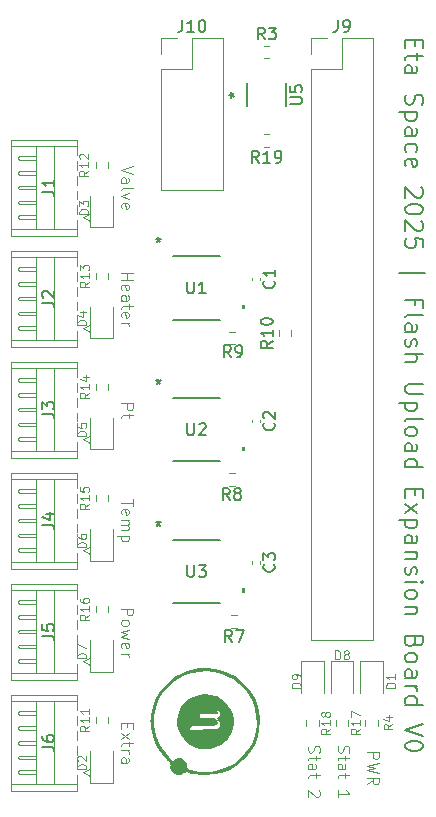
<source format=gbr>
%TF.GenerationSoftware,KiCad,Pcbnew,8.0.7*%
%TF.CreationDate,2025-01-23T07:46:30-08:00*%
%TF.ProjectId,plex-loader,706c6578-2d6c-46f6-9164-65722e6b6963,rev?*%
%TF.SameCoordinates,Original*%
%TF.FileFunction,Legend,Top*%
%TF.FilePolarity,Positive*%
%FSLAX46Y46*%
G04 Gerber Fmt 4.6, Leading zero omitted, Abs format (unit mm)*
G04 Created by KiCad (PCBNEW 8.0.7) date 2025-01-23 07:46:30*
%MOMM*%
%LPD*%
G01*
G04 APERTURE LIST*
%ADD10C,0.100000*%
%ADD11C,0.187500*%
%ADD12C,0.150000*%
%ADD13C,0.120000*%
%ADD14C,0.152400*%
%ADD15C,0.000000*%
G04 APERTURE END LIST*
D10*
X78506700Y-112256265D02*
X78459080Y-112399122D01*
X78459080Y-112399122D02*
X78459080Y-112637217D01*
X78459080Y-112637217D02*
X78506700Y-112732455D01*
X78506700Y-112732455D02*
X78554319Y-112780074D01*
X78554319Y-112780074D02*
X78649557Y-112827693D01*
X78649557Y-112827693D02*
X78744795Y-112827693D01*
X78744795Y-112827693D02*
X78840033Y-112780074D01*
X78840033Y-112780074D02*
X78887652Y-112732455D01*
X78887652Y-112732455D02*
X78935271Y-112637217D01*
X78935271Y-112637217D02*
X78982890Y-112446741D01*
X78982890Y-112446741D02*
X79030509Y-112351503D01*
X79030509Y-112351503D02*
X79078128Y-112303884D01*
X79078128Y-112303884D02*
X79173366Y-112256265D01*
X79173366Y-112256265D02*
X79268604Y-112256265D01*
X79268604Y-112256265D02*
X79363842Y-112303884D01*
X79363842Y-112303884D02*
X79411461Y-112351503D01*
X79411461Y-112351503D02*
X79459080Y-112446741D01*
X79459080Y-112446741D02*
X79459080Y-112684836D01*
X79459080Y-112684836D02*
X79411461Y-112827693D01*
X79125747Y-113113408D02*
X79125747Y-113494360D01*
X79459080Y-113256265D02*
X78601938Y-113256265D01*
X78601938Y-113256265D02*
X78506700Y-113303884D01*
X78506700Y-113303884D02*
X78459080Y-113399122D01*
X78459080Y-113399122D02*
X78459080Y-113494360D01*
X78459080Y-114256265D02*
X78982890Y-114256265D01*
X78982890Y-114256265D02*
X79078128Y-114208646D01*
X79078128Y-114208646D02*
X79125747Y-114113408D01*
X79125747Y-114113408D02*
X79125747Y-113922932D01*
X79125747Y-113922932D02*
X79078128Y-113827694D01*
X78506700Y-114256265D02*
X78459080Y-114161027D01*
X78459080Y-114161027D02*
X78459080Y-113922932D01*
X78459080Y-113922932D02*
X78506700Y-113827694D01*
X78506700Y-113827694D02*
X78601938Y-113780075D01*
X78601938Y-113780075D02*
X78697176Y-113780075D01*
X78697176Y-113780075D02*
X78792414Y-113827694D01*
X78792414Y-113827694D02*
X78840033Y-113922932D01*
X78840033Y-113922932D02*
X78840033Y-114161027D01*
X78840033Y-114161027D02*
X78887652Y-114256265D01*
X79125747Y-114589599D02*
X79125747Y-114970551D01*
X79459080Y-114732456D02*
X78601938Y-114732456D01*
X78601938Y-114732456D02*
X78506700Y-114780075D01*
X78506700Y-114780075D02*
X78459080Y-114875313D01*
X78459080Y-114875313D02*
X78459080Y-114970551D01*
X78459080Y-116589599D02*
X78459080Y-116018171D01*
X78459080Y-116303885D02*
X79459080Y-116303885D01*
X79459080Y-116303885D02*
X79316223Y-116208647D01*
X79316223Y-116208647D02*
X79220985Y-116113409D01*
X79220985Y-116113409D02*
X79173366Y-116018171D01*
X61127580Y-91382456D02*
X61127580Y-91953884D01*
X60127580Y-91668170D02*
X61127580Y-91668170D01*
X60175200Y-92668170D02*
X60127580Y-92572932D01*
X60127580Y-92572932D02*
X60127580Y-92382456D01*
X60127580Y-92382456D02*
X60175200Y-92287218D01*
X60175200Y-92287218D02*
X60270438Y-92239599D01*
X60270438Y-92239599D02*
X60651390Y-92239599D01*
X60651390Y-92239599D02*
X60746628Y-92287218D01*
X60746628Y-92287218D02*
X60794247Y-92382456D01*
X60794247Y-92382456D02*
X60794247Y-92572932D01*
X60794247Y-92572932D02*
X60746628Y-92668170D01*
X60746628Y-92668170D02*
X60651390Y-92715789D01*
X60651390Y-92715789D02*
X60556152Y-92715789D01*
X60556152Y-92715789D02*
X60460914Y-92239599D01*
X60127580Y-93144361D02*
X60794247Y-93144361D01*
X60699009Y-93144361D02*
X60746628Y-93191980D01*
X60746628Y-93191980D02*
X60794247Y-93287218D01*
X60794247Y-93287218D02*
X60794247Y-93430075D01*
X60794247Y-93430075D02*
X60746628Y-93525313D01*
X60746628Y-93525313D02*
X60651390Y-93572932D01*
X60651390Y-93572932D02*
X60127580Y-93572932D01*
X60651390Y-93572932D02*
X60746628Y-93620551D01*
X60746628Y-93620551D02*
X60794247Y-93715789D01*
X60794247Y-93715789D02*
X60794247Y-93858646D01*
X60794247Y-93858646D02*
X60746628Y-93953885D01*
X60746628Y-93953885D02*
X60651390Y-94001504D01*
X60651390Y-94001504D02*
X60127580Y-94001504D01*
X60794247Y-94477694D02*
X59794247Y-94477694D01*
X60746628Y-94477694D02*
X60794247Y-94572932D01*
X60794247Y-94572932D02*
X60794247Y-94763408D01*
X60794247Y-94763408D02*
X60746628Y-94858646D01*
X60746628Y-94858646D02*
X60699009Y-94906265D01*
X60699009Y-94906265D02*
X60603771Y-94953884D01*
X60603771Y-94953884D02*
X60318057Y-94953884D01*
X60318057Y-94953884D02*
X60222819Y-94906265D01*
X60222819Y-94906265D02*
X60175200Y-94858646D01*
X60175200Y-94858646D02*
X60127580Y-94763408D01*
X60127580Y-94763408D02*
X60127580Y-94572932D01*
X60127580Y-94572932D02*
X60175200Y-94477694D01*
X80959080Y-112803884D02*
X81959080Y-112803884D01*
X81959080Y-112803884D02*
X81959080Y-113184836D01*
X81959080Y-113184836D02*
X81911461Y-113280074D01*
X81911461Y-113280074D02*
X81863842Y-113327693D01*
X81863842Y-113327693D02*
X81768604Y-113375312D01*
X81768604Y-113375312D02*
X81625747Y-113375312D01*
X81625747Y-113375312D02*
X81530509Y-113327693D01*
X81530509Y-113327693D02*
X81482890Y-113280074D01*
X81482890Y-113280074D02*
X81435271Y-113184836D01*
X81435271Y-113184836D02*
X81435271Y-112803884D01*
X81959080Y-113708646D02*
X80959080Y-113946741D01*
X80959080Y-113946741D02*
X81673366Y-114137217D01*
X81673366Y-114137217D02*
X80959080Y-114327693D01*
X80959080Y-114327693D02*
X81959080Y-114565789D01*
X80959080Y-115518169D02*
X81435271Y-115184836D01*
X80959080Y-114946741D02*
X81959080Y-114946741D01*
X81959080Y-114946741D02*
X81959080Y-115327693D01*
X81959080Y-115327693D02*
X81911461Y-115422931D01*
X81911461Y-115422931D02*
X81863842Y-115470550D01*
X81863842Y-115470550D02*
X81768604Y-115518169D01*
X81768604Y-115518169D02*
X81625747Y-115518169D01*
X81625747Y-115518169D02*
X81530509Y-115470550D01*
X81530509Y-115470550D02*
X81482890Y-115422931D01*
X81482890Y-115422931D02*
X81435271Y-115327693D01*
X81435271Y-115327693D02*
X81435271Y-114946741D01*
X60127580Y-72225312D02*
X61127580Y-72225312D01*
X60651390Y-72225312D02*
X60651390Y-72796740D01*
X60127580Y-72796740D02*
X61127580Y-72796740D01*
X60175200Y-73653883D02*
X60127580Y-73558645D01*
X60127580Y-73558645D02*
X60127580Y-73368169D01*
X60127580Y-73368169D02*
X60175200Y-73272931D01*
X60175200Y-73272931D02*
X60270438Y-73225312D01*
X60270438Y-73225312D02*
X60651390Y-73225312D01*
X60651390Y-73225312D02*
X60746628Y-73272931D01*
X60746628Y-73272931D02*
X60794247Y-73368169D01*
X60794247Y-73368169D02*
X60794247Y-73558645D01*
X60794247Y-73558645D02*
X60746628Y-73653883D01*
X60746628Y-73653883D02*
X60651390Y-73701502D01*
X60651390Y-73701502D02*
X60556152Y-73701502D01*
X60556152Y-73701502D02*
X60460914Y-73225312D01*
X60127580Y-74558645D02*
X60651390Y-74558645D01*
X60651390Y-74558645D02*
X60746628Y-74511026D01*
X60746628Y-74511026D02*
X60794247Y-74415788D01*
X60794247Y-74415788D02*
X60794247Y-74225312D01*
X60794247Y-74225312D02*
X60746628Y-74130074D01*
X60175200Y-74558645D02*
X60127580Y-74463407D01*
X60127580Y-74463407D02*
X60127580Y-74225312D01*
X60127580Y-74225312D02*
X60175200Y-74130074D01*
X60175200Y-74130074D02*
X60270438Y-74082455D01*
X60270438Y-74082455D02*
X60365676Y-74082455D01*
X60365676Y-74082455D02*
X60460914Y-74130074D01*
X60460914Y-74130074D02*
X60508533Y-74225312D01*
X60508533Y-74225312D02*
X60508533Y-74463407D01*
X60508533Y-74463407D02*
X60556152Y-74558645D01*
X60794247Y-74891979D02*
X60794247Y-75272931D01*
X61127580Y-75034836D02*
X60270438Y-75034836D01*
X60270438Y-75034836D02*
X60175200Y-75082455D01*
X60175200Y-75082455D02*
X60127580Y-75177693D01*
X60127580Y-75177693D02*
X60127580Y-75272931D01*
X60175200Y-75987217D02*
X60127580Y-75891979D01*
X60127580Y-75891979D02*
X60127580Y-75701503D01*
X60127580Y-75701503D02*
X60175200Y-75606265D01*
X60175200Y-75606265D02*
X60270438Y-75558646D01*
X60270438Y-75558646D02*
X60651390Y-75558646D01*
X60651390Y-75558646D02*
X60746628Y-75606265D01*
X60746628Y-75606265D02*
X60794247Y-75701503D01*
X60794247Y-75701503D02*
X60794247Y-75891979D01*
X60794247Y-75891979D02*
X60746628Y-75987217D01*
X60746628Y-75987217D02*
X60651390Y-76034836D01*
X60651390Y-76034836D02*
X60556152Y-76034836D01*
X60556152Y-76034836D02*
X60460914Y-75558646D01*
X60127580Y-76463408D02*
X60794247Y-76463408D01*
X60603771Y-76463408D02*
X60699009Y-76511027D01*
X60699009Y-76511027D02*
X60746628Y-76558646D01*
X60746628Y-76558646D02*
X60794247Y-76653884D01*
X60794247Y-76653884D02*
X60794247Y-76749122D01*
D11*
X84979035Y-52480497D02*
X84979035Y-52980497D01*
X84193321Y-53194783D02*
X84193321Y-52480497D01*
X84193321Y-52480497D02*
X85693321Y-52480497D01*
X85693321Y-52480497D02*
X85693321Y-53194783D01*
X85193321Y-53623355D02*
X85193321Y-54194783D01*
X85693321Y-53837640D02*
X84407607Y-53837640D01*
X84407607Y-53837640D02*
X84264750Y-53909069D01*
X84264750Y-53909069D02*
X84193321Y-54051926D01*
X84193321Y-54051926D02*
X84193321Y-54194783D01*
X84193321Y-55337641D02*
X84979035Y-55337641D01*
X84979035Y-55337641D02*
X85121892Y-55266212D01*
X85121892Y-55266212D02*
X85193321Y-55123355D01*
X85193321Y-55123355D02*
X85193321Y-54837641D01*
X85193321Y-54837641D02*
X85121892Y-54694783D01*
X84264750Y-55337641D02*
X84193321Y-55194783D01*
X84193321Y-55194783D02*
X84193321Y-54837641D01*
X84193321Y-54837641D02*
X84264750Y-54694783D01*
X84264750Y-54694783D02*
X84407607Y-54623355D01*
X84407607Y-54623355D02*
X84550464Y-54623355D01*
X84550464Y-54623355D02*
X84693321Y-54694783D01*
X84693321Y-54694783D02*
X84764750Y-54837641D01*
X84764750Y-54837641D02*
X84764750Y-55194783D01*
X84764750Y-55194783D02*
X84836178Y-55337641D01*
X84264750Y-57123355D02*
X84193321Y-57337641D01*
X84193321Y-57337641D02*
X84193321Y-57694783D01*
X84193321Y-57694783D02*
X84264750Y-57837641D01*
X84264750Y-57837641D02*
X84336178Y-57909069D01*
X84336178Y-57909069D02*
X84479035Y-57980498D01*
X84479035Y-57980498D02*
X84621892Y-57980498D01*
X84621892Y-57980498D02*
X84764750Y-57909069D01*
X84764750Y-57909069D02*
X84836178Y-57837641D01*
X84836178Y-57837641D02*
X84907607Y-57694783D01*
X84907607Y-57694783D02*
X84979035Y-57409069D01*
X84979035Y-57409069D02*
X85050464Y-57266212D01*
X85050464Y-57266212D02*
X85121892Y-57194783D01*
X85121892Y-57194783D02*
X85264750Y-57123355D01*
X85264750Y-57123355D02*
X85407607Y-57123355D01*
X85407607Y-57123355D02*
X85550464Y-57194783D01*
X85550464Y-57194783D02*
X85621892Y-57266212D01*
X85621892Y-57266212D02*
X85693321Y-57409069D01*
X85693321Y-57409069D02*
X85693321Y-57766212D01*
X85693321Y-57766212D02*
X85621892Y-57980498D01*
X85193321Y-58623354D02*
X83693321Y-58623354D01*
X85121892Y-58623354D02*
X85193321Y-58766212D01*
X85193321Y-58766212D02*
X85193321Y-59051926D01*
X85193321Y-59051926D02*
X85121892Y-59194783D01*
X85121892Y-59194783D02*
X85050464Y-59266212D01*
X85050464Y-59266212D02*
X84907607Y-59337640D01*
X84907607Y-59337640D02*
X84479035Y-59337640D01*
X84479035Y-59337640D02*
X84336178Y-59266212D01*
X84336178Y-59266212D02*
X84264750Y-59194783D01*
X84264750Y-59194783D02*
X84193321Y-59051926D01*
X84193321Y-59051926D02*
X84193321Y-58766212D01*
X84193321Y-58766212D02*
X84264750Y-58623354D01*
X84193321Y-60623355D02*
X84979035Y-60623355D01*
X84979035Y-60623355D02*
X85121892Y-60551926D01*
X85121892Y-60551926D02*
X85193321Y-60409069D01*
X85193321Y-60409069D02*
X85193321Y-60123355D01*
X85193321Y-60123355D02*
X85121892Y-59980497D01*
X84264750Y-60623355D02*
X84193321Y-60480497D01*
X84193321Y-60480497D02*
X84193321Y-60123355D01*
X84193321Y-60123355D02*
X84264750Y-59980497D01*
X84264750Y-59980497D02*
X84407607Y-59909069D01*
X84407607Y-59909069D02*
X84550464Y-59909069D01*
X84550464Y-59909069D02*
X84693321Y-59980497D01*
X84693321Y-59980497D02*
X84764750Y-60123355D01*
X84764750Y-60123355D02*
X84764750Y-60480497D01*
X84764750Y-60480497D02*
X84836178Y-60623355D01*
X84264750Y-61980498D02*
X84193321Y-61837640D01*
X84193321Y-61837640D02*
X84193321Y-61551926D01*
X84193321Y-61551926D02*
X84264750Y-61409069D01*
X84264750Y-61409069D02*
X84336178Y-61337640D01*
X84336178Y-61337640D02*
X84479035Y-61266212D01*
X84479035Y-61266212D02*
X84907607Y-61266212D01*
X84907607Y-61266212D02*
X85050464Y-61337640D01*
X85050464Y-61337640D02*
X85121892Y-61409069D01*
X85121892Y-61409069D02*
X85193321Y-61551926D01*
X85193321Y-61551926D02*
X85193321Y-61837640D01*
X85193321Y-61837640D02*
X85121892Y-61980498D01*
X84264750Y-63194783D02*
X84193321Y-63051926D01*
X84193321Y-63051926D02*
X84193321Y-62766212D01*
X84193321Y-62766212D02*
X84264750Y-62623354D01*
X84264750Y-62623354D02*
X84407607Y-62551926D01*
X84407607Y-62551926D02*
X84979035Y-62551926D01*
X84979035Y-62551926D02*
X85121892Y-62623354D01*
X85121892Y-62623354D02*
X85193321Y-62766212D01*
X85193321Y-62766212D02*
X85193321Y-63051926D01*
X85193321Y-63051926D02*
X85121892Y-63194783D01*
X85121892Y-63194783D02*
X84979035Y-63266212D01*
X84979035Y-63266212D02*
X84836178Y-63266212D01*
X84836178Y-63266212D02*
X84693321Y-62551926D01*
X85550464Y-64980497D02*
X85621892Y-65051925D01*
X85621892Y-65051925D02*
X85693321Y-65194783D01*
X85693321Y-65194783D02*
X85693321Y-65551925D01*
X85693321Y-65551925D02*
X85621892Y-65694783D01*
X85621892Y-65694783D02*
X85550464Y-65766211D01*
X85550464Y-65766211D02*
X85407607Y-65837640D01*
X85407607Y-65837640D02*
X85264750Y-65837640D01*
X85264750Y-65837640D02*
X85050464Y-65766211D01*
X85050464Y-65766211D02*
X84193321Y-64909068D01*
X84193321Y-64909068D02*
X84193321Y-65837640D01*
X85693321Y-66766211D02*
X85693321Y-66909068D01*
X85693321Y-66909068D02*
X85621892Y-67051925D01*
X85621892Y-67051925D02*
X85550464Y-67123354D01*
X85550464Y-67123354D02*
X85407607Y-67194782D01*
X85407607Y-67194782D02*
X85121892Y-67266211D01*
X85121892Y-67266211D02*
X84764750Y-67266211D01*
X84764750Y-67266211D02*
X84479035Y-67194782D01*
X84479035Y-67194782D02*
X84336178Y-67123354D01*
X84336178Y-67123354D02*
X84264750Y-67051925D01*
X84264750Y-67051925D02*
X84193321Y-66909068D01*
X84193321Y-66909068D02*
X84193321Y-66766211D01*
X84193321Y-66766211D02*
X84264750Y-66623354D01*
X84264750Y-66623354D02*
X84336178Y-66551925D01*
X84336178Y-66551925D02*
X84479035Y-66480496D01*
X84479035Y-66480496D02*
X84764750Y-66409068D01*
X84764750Y-66409068D02*
X85121892Y-66409068D01*
X85121892Y-66409068D02*
X85407607Y-66480496D01*
X85407607Y-66480496D02*
X85550464Y-66551925D01*
X85550464Y-66551925D02*
X85621892Y-66623354D01*
X85621892Y-66623354D02*
X85693321Y-66766211D01*
X85550464Y-67837639D02*
X85621892Y-67909067D01*
X85621892Y-67909067D02*
X85693321Y-68051925D01*
X85693321Y-68051925D02*
X85693321Y-68409067D01*
X85693321Y-68409067D02*
X85621892Y-68551925D01*
X85621892Y-68551925D02*
X85550464Y-68623353D01*
X85550464Y-68623353D02*
X85407607Y-68694782D01*
X85407607Y-68694782D02*
X85264750Y-68694782D01*
X85264750Y-68694782D02*
X85050464Y-68623353D01*
X85050464Y-68623353D02*
X84193321Y-67766210D01*
X84193321Y-67766210D02*
X84193321Y-68694782D01*
X85693321Y-70051924D02*
X85693321Y-69337638D01*
X85693321Y-69337638D02*
X84979035Y-69266210D01*
X84979035Y-69266210D02*
X85050464Y-69337638D01*
X85050464Y-69337638D02*
X85121892Y-69480496D01*
X85121892Y-69480496D02*
X85121892Y-69837638D01*
X85121892Y-69837638D02*
X85050464Y-69980496D01*
X85050464Y-69980496D02*
X84979035Y-70051924D01*
X84979035Y-70051924D02*
X84836178Y-70123353D01*
X84836178Y-70123353D02*
X84479035Y-70123353D01*
X84479035Y-70123353D02*
X84336178Y-70051924D01*
X84336178Y-70051924D02*
X84264750Y-69980496D01*
X84264750Y-69980496D02*
X84193321Y-69837638D01*
X84193321Y-69837638D02*
X84193321Y-69480496D01*
X84193321Y-69480496D02*
X84264750Y-69337638D01*
X84264750Y-69337638D02*
X84336178Y-69266210D01*
X83693321Y-72266209D02*
X85836178Y-72266209D01*
X84979035Y-74980494D02*
X84979035Y-74480494D01*
X84193321Y-74480494D02*
X85693321Y-74480494D01*
X85693321Y-74480494D02*
X85693321Y-75194780D01*
X84193321Y-75980494D02*
X84264750Y-75837637D01*
X84264750Y-75837637D02*
X84407607Y-75766208D01*
X84407607Y-75766208D02*
X85693321Y-75766208D01*
X84193321Y-77194780D02*
X84979035Y-77194780D01*
X84979035Y-77194780D02*
X85121892Y-77123351D01*
X85121892Y-77123351D02*
X85193321Y-76980494D01*
X85193321Y-76980494D02*
X85193321Y-76694780D01*
X85193321Y-76694780D02*
X85121892Y-76551922D01*
X84264750Y-77194780D02*
X84193321Y-77051922D01*
X84193321Y-77051922D02*
X84193321Y-76694780D01*
X84193321Y-76694780D02*
X84264750Y-76551922D01*
X84264750Y-76551922D02*
X84407607Y-76480494D01*
X84407607Y-76480494D02*
X84550464Y-76480494D01*
X84550464Y-76480494D02*
X84693321Y-76551922D01*
X84693321Y-76551922D02*
X84764750Y-76694780D01*
X84764750Y-76694780D02*
X84764750Y-77051922D01*
X84764750Y-77051922D02*
X84836178Y-77194780D01*
X84264750Y-77837637D02*
X84193321Y-77980494D01*
X84193321Y-77980494D02*
X84193321Y-78266208D01*
X84193321Y-78266208D02*
X84264750Y-78409065D01*
X84264750Y-78409065D02*
X84407607Y-78480494D01*
X84407607Y-78480494D02*
X84479035Y-78480494D01*
X84479035Y-78480494D02*
X84621892Y-78409065D01*
X84621892Y-78409065D02*
X84693321Y-78266208D01*
X84693321Y-78266208D02*
X84693321Y-78051923D01*
X84693321Y-78051923D02*
X84764750Y-77909065D01*
X84764750Y-77909065D02*
X84907607Y-77837637D01*
X84907607Y-77837637D02*
X84979035Y-77837637D01*
X84979035Y-77837637D02*
X85121892Y-77909065D01*
X85121892Y-77909065D02*
X85193321Y-78051923D01*
X85193321Y-78051923D02*
X85193321Y-78266208D01*
X85193321Y-78266208D02*
X85121892Y-78409065D01*
X84193321Y-79123351D02*
X85693321Y-79123351D01*
X84193321Y-79766209D02*
X84979035Y-79766209D01*
X84979035Y-79766209D02*
X85121892Y-79694780D01*
X85121892Y-79694780D02*
X85193321Y-79551923D01*
X85193321Y-79551923D02*
X85193321Y-79337637D01*
X85193321Y-79337637D02*
X85121892Y-79194780D01*
X85121892Y-79194780D02*
X85050464Y-79123351D01*
X85693321Y-81623351D02*
X84479035Y-81623351D01*
X84479035Y-81623351D02*
X84336178Y-81694780D01*
X84336178Y-81694780D02*
X84264750Y-81766209D01*
X84264750Y-81766209D02*
X84193321Y-81909066D01*
X84193321Y-81909066D02*
X84193321Y-82194780D01*
X84193321Y-82194780D02*
X84264750Y-82337637D01*
X84264750Y-82337637D02*
X84336178Y-82409066D01*
X84336178Y-82409066D02*
X84479035Y-82480494D01*
X84479035Y-82480494D02*
X85693321Y-82480494D01*
X85193321Y-83194780D02*
X83693321Y-83194780D01*
X85121892Y-83194780D02*
X85193321Y-83337638D01*
X85193321Y-83337638D02*
X85193321Y-83623352D01*
X85193321Y-83623352D02*
X85121892Y-83766209D01*
X85121892Y-83766209D02*
X85050464Y-83837638D01*
X85050464Y-83837638D02*
X84907607Y-83909066D01*
X84907607Y-83909066D02*
X84479035Y-83909066D01*
X84479035Y-83909066D02*
X84336178Y-83837638D01*
X84336178Y-83837638D02*
X84264750Y-83766209D01*
X84264750Y-83766209D02*
X84193321Y-83623352D01*
X84193321Y-83623352D02*
X84193321Y-83337638D01*
X84193321Y-83337638D02*
X84264750Y-83194780D01*
X84193321Y-84766209D02*
X84264750Y-84623352D01*
X84264750Y-84623352D02*
X84407607Y-84551923D01*
X84407607Y-84551923D02*
X85693321Y-84551923D01*
X84193321Y-85551923D02*
X84264750Y-85409066D01*
X84264750Y-85409066D02*
X84336178Y-85337637D01*
X84336178Y-85337637D02*
X84479035Y-85266209D01*
X84479035Y-85266209D02*
X84907607Y-85266209D01*
X84907607Y-85266209D02*
X85050464Y-85337637D01*
X85050464Y-85337637D02*
X85121892Y-85409066D01*
X85121892Y-85409066D02*
X85193321Y-85551923D01*
X85193321Y-85551923D02*
X85193321Y-85766209D01*
X85193321Y-85766209D02*
X85121892Y-85909066D01*
X85121892Y-85909066D02*
X85050464Y-85980495D01*
X85050464Y-85980495D02*
X84907607Y-86051923D01*
X84907607Y-86051923D02*
X84479035Y-86051923D01*
X84479035Y-86051923D02*
X84336178Y-85980495D01*
X84336178Y-85980495D02*
X84264750Y-85909066D01*
X84264750Y-85909066D02*
X84193321Y-85766209D01*
X84193321Y-85766209D02*
X84193321Y-85551923D01*
X84193321Y-87337638D02*
X84979035Y-87337638D01*
X84979035Y-87337638D02*
X85121892Y-87266209D01*
X85121892Y-87266209D02*
X85193321Y-87123352D01*
X85193321Y-87123352D02*
X85193321Y-86837638D01*
X85193321Y-86837638D02*
X85121892Y-86694780D01*
X84264750Y-87337638D02*
X84193321Y-87194780D01*
X84193321Y-87194780D02*
X84193321Y-86837638D01*
X84193321Y-86837638D02*
X84264750Y-86694780D01*
X84264750Y-86694780D02*
X84407607Y-86623352D01*
X84407607Y-86623352D02*
X84550464Y-86623352D01*
X84550464Y-86623352D02*
X84693321Y-86694780D01*
X84693321Y-86694780D02*
X84764750Y-86837638D01*
X84764750Y-86837638D02*
X84764750Y-87194780D01*
X84764750Y-87194780D02*
X84836178Y-87337638D01*
X84193321Y-88694781D02*
X85693321Y-88694781D01*
X84264750Y-88694781D02*
X84193321Y-88551923D01*
X84193321Y-88551923D02*
X84193321Y-88266209D01*
X84193321Y-88266209D02*
X84264750Y-88123352D01*
X84264750Y-88123352D02*
X84336178Y-88051923D01*
X84336178Y-88051923D02*
X84479035Y-87980495D01*
X84479035Y-87980495D02*
X84907607Y-87980495D01*
X84907607Y-87980495D02*
X85050464Y-88051923D01*
X85050464Y-88051923D02*
X85121892Y-88123352D01*
X85121892Y-88123352D02*
X85193321Y-88266209D01*
X85193321Y-88266209D02*
X85193321Y-88551923D01*
X85193321Y-88551923D02*
X85121892Y-88694781D01*
X84979035Y-90551923D02*
X84979035Y-91051923D01*
X84193321Y-91266209D02*
X84193321Y-90551923D01*
X84193321Y-90551923D02*
X85693321Y-90551923D01*
X85693321Y-90551923D02*
X85693321Y-91266209D01*
X84193321Y-91766209D02*
X85193321Y-92551924D01*
X85193321Y-91766209D02*
X84193321Y-92551924D01*
X85193321Y-93123352D02*
X83693321Y-93123352D01*
X85121892Y-93123352D02*
X85193321Y-93266210D01*
X85193321Y-93266210D02*
X85193321Y-93551924D01*
X85193321Y-93551924D02*
X85121892Y-93694781D01*
X85121892Y-93694781D02*
X85050464Y-93766210D01*
X85050464Y-93766210D02*
X84907607Y-93837638D01*
X84907607Y-93837638D02*
X84479035Y-93837638D01*
X84479035Y-93837638D02*
X84336178Y-93766210D01*
X84336178Y-93766210D02*
X84264750Y-93694781D01*
X84264750Y-93694781D02*
X84193321Y-93551924D01*
X84193321Y-93551924D02*
X84193321Y-93266210D01*
X84193321Y-93266210D02*
X84264750Y-93123352D01*
X84193321Y-95123353D02*
X84979035Y-95123353D01*
X84979035Y-95123353D02*
X85121892Y-95051924D01*
X85121892Y-95051924D02*
X85193321Y-94909067D01*
X85193321Y-94909067D02*
X85193321Y-94623353D01*
X85193321Y-94623353D02*
X85121892Y-94480495D01*
X84264750Y-95123353D02*
X84193321Y-94980495D01*
X84193321Y-94980495D02*
X84193321Y-94623353D01*
X84193321Y-94623353D02*
X84264750Y-94480495D01*
X84264750Y-94480495D02*
X84407607Y-94409067D01*
X84407607Y-94409067D02*
X84550464Y-94409067D01*
X84550464Y-94409067D02*
X84693321Y-94480495D01*
X84693321Y-94480495D02*
X84764750Y-94623353D01*
X84764750Y-94623353D02*
X84764750Y-94980495D01*
X84764750Y-94980495D02*
X84836178Y-95123353D01*
X85193321Y-95837638D02*
X84193321Y-95837638D01*
X85050464Y-95837638D02*
X85121892Y-95909067D01*
X85121892Y-95909067D02*
X85193321Y-96051924D01*
X85193321Y-96051924D02*
X85193321Y-96266210D01*
X85193321Y-96266210D02*
X85121892Y-96409067D01*
X85121892Y-96409067D02*
X84979035Y-96480496D01*
X84979035Y-96480496D02*
X84193321Y-96480496D01*
X84264750Y-97123353D02*
X84193321Y-97266210D01*
X84193321Y-97266210D02*
X84193321Y-97551924D01*
X84193321Y-97551924D02*
X84264750Y-97694781D01*
X84264750Y-97694781D02*
X84407607Y-97766210D01*
X84407607Y-97766210D02*
X84479035Y-97766210D01*
X84479035Y-97766210D02*
X84621892Y-97694781D01*
X84621892Y-97694781D02*
X84693321Y-97551924D01*
X84693321Y-97551924D02*
X84693321Y-97337639D01*
X84693321Y-97337639D02*
X84764750Y-97194781D01*
X84764750Y-97194781D02*
X84907607Y-97123353D01*
X84907607Y-97123353D02*
X84979035Y-97123353D01*
X84979035Y-97123353D02*
X85121892Y-97194781D01*
X85121892Y-97194781D02*
X85193321Y-97337639D01*
X85193321Y-97337639D02*
X85193321Y-97551924D01*
X85193321Y-97551924D02*
X85121892Y-97694781D01*
X84193321Y-98409067D02*
X85193321Y-98409067D01*
X85693321Y-98409067D02*
X85621892Y-98337639D01*
X85621892Y-98337639D02*
X85550464Y-98409067D01*
X85550464Y-98409067D02*
X85621892Y-98480496D01*
X85621892Y-98480496D02*
X85693321Y-98409067D01*
X85693321Y-98409067D02*
X85550464Y-98409067D01*
X84193321Y-99337639D02*
X84264750Y-99194782D01*
X84264750Y-99194782D02*
X84336178Y-99123353D01*
X84336178Y-99123353D02*
X84479035Y-99051925D01*
X84479035Y-99051925D02*
X84907607Y-99051925D01*
X84907607Y-99051925D02*
X85050464Y-99123353D01*
X85050464Y-99123353D02*
X85121892Y-99194782D01*
X85121892Y-99194782D02*
X85193321Y-99337639D01*
X85193321Y-99337639D02*
X85193321Y-99551925D01*
X85193321Y-99551925D02*
X85121892Y-99694782D01*
X85121892Y-99694782D02*
X85050464Y-99766211D01*
X85050464Y-99766211D02*
X84907607Y-99837639D01*
X84907607Y-99837639D02*
X84479035Y-99837639D01*
X84479035Y-99837639D02*
X84336178Y-99766211D01*
X84336178Y-99766211D02*
X84264750Y-99694782D01*
X84264750Y-99694782D02*
X84193321Y-99551925D01*
X84193321Y-99551925D02*
X84193321Y-99337639D01*
X85193321Y-100480496D02*
X84193321Y-100480496D01*
X85050464Y-100480496D02*
X85121892Y-100551925D01*
X85121892Y-100551925D02*
X85193321Y-100694782D01*
X85193321Y-100694782D02*
X85193321Y-100909068D01*
X85193321Y-100909068D02*
X85121892Y-101051925D01*
X85121892Y-101051925D02*
X84979035Y-101123354D01*
X84979035Y-101123354D02*
X84193321Y-101123354D01*
X84979035Y-103480496D02*
X84907607Y-103694782D01*
X84907607Y-103694782D02*
X84836178Y-103766211D01*
X84836178Y-103766211D02*
X84693321Y-103837639D01*
X84693321Y-103837639D02*
X84479035Y-103837639D01*
X84479035Y-103837639D02*
X84336178Y-103766211D01*
X84336178Y-103766211D02*
X84264750Y-103694782D01*
X84264750Y-103694782D02*
X84193321Y-103551925D01*
X84193321Y-103551925D02*
X84193321Y-102980496D01*
X84193321Y-102980496D02*
X85693321Y-102980496D01*
X85693321Y-102980496D02*
X85693321Y-103480496D01*
X85693321Y-103480496D02*
X85621892Y-103623354D01*
X85621892Y-103623354D02*
X85550464Y-103694782D01*
X85550464Y-103694782D02*
X85407607Y-103766211D01*
X85407607Y-103766211D02*
X85264750Y-103766211D01*
X85264750Y-103766211D02*
X85121892Y-103694782D01*
X85121892Y-103694782D02*
X85050464Y-103623354D01*
X85050464Y-103623354D02*
X84979035Y-103480496D01*
X84979035Y-103480496D02*
X84979035Y-102980496D01*
X84193321Y-104694782D02*
X84264750Y-104551925D01*
X84264750Y-104551925D02*
X84336178Y-104480496D01*
X84336178Y-104480496D02*
X84479035Y-104409068D01*
X84479035Y-104409068D02*
X84907607Y-104409068D01*
X84907607Y-104409068D02*
X85050464Y-104480496D01*
X85050464Y-104480496D02*
X85121892Y-104551925D01*
X85121892Y-104551925D02*
X85193321Y-104694782D01*
X85193321Y-104694782D02*
X85193321Y-104909068D01*
X85193321Y-104909068D02*
X85121892Y-105051925D01*
X85121892Y-105051925D02*
X85050464Y-105123354D01*
X85050464Y-105123354D02*
X84907607Y-105194782D01*
X84907607Y-105194782D02*
X84479035Y-105194782D01*
X84479035Y-105194782D02*
X84336178Y-105123354D01*
X84336178Y-105123354D02*
X84264750Y-105051925D01*
X84264750Y-105051925D02*
X84193321Y-104909068D01*
X84193321Y-104909068D02*
X84193321Y-104694782D01*
X84193321Y-106480497D02*
X84979035Y-106480497D01*
X84979035Y-106480497D02*
X85121892Y-106409068D01*
X85121892Y-106409068D02*
X85193321Y-106266211D01*
X85193321Y-106266211D02*
X85193321Y-105980497D01*
X85193321Y-105980497D02*
X85121892Y-105837639D01*
X84264750Y-106480497D02*
X84193321Y-106337639D01*
X84193321Y-106337639D02*
X84193321Y-105980497D01*
X84193321Y-105980497D02*
X84264750Y-105837639D01*
X84264750Y-105837639D02*
X84407607Y-105766211D01*
X84407607Y-105766211D02*
X84550464Y-105766211D01*
X84550464Y-105766211D02*
X84693321Y-105837639D01*
X84693321Y-105837639D02*
X84764750Y-105980497D01*
X84764750Y-105980497D02*
X84764750Y-106337639D01*
X84764750Y-106337639D02*
X84836178Y-106480497D01*
X84193321Y-107194782D02*
X85193321Y-107194782D01*
X84907607Y-107194782D02*
X85050464Y-107266211D01*
X85050464Y-107266211D02*
X85121892Y-107337640D01*
X85121892Y-107337640D02*
X85193321Y-107480497D01*
X85193321Y-107480497D02*
X85193321Y-107623354D01*
X84193321Y-108766211D02*
X85693321Y-108766211D01*
X84264750Y-108766211D02*
X84193321Y-108623353D01*
X84193321Y-108623353D02*
X84193321Y-108337639D01*
X84193321Y-108337639D02*
X84264750Y-108194782D01*
X84264750Y-108194782D02*
X84336178Y-108123353D01*
X84336178Y-108123353D02*
X84479035Y-108051925D01*
X84479035Y-108051925D02*
X84907607Y-108051925D01*
X84907607Y-108051925D02*
X85050464Y-108123353D01*
X85050464Y-108123353D02*
X85121892Y-108194782D01*
X85121892Y-108194782D02*
X85193321Y-108337639D01*
X85193321Y-108337639D02*
X85193321Y-108623353D01*
X85193321Y-108623353D02*
X85121892Y-108766211D01*
X85693321Y-110409068D02*
X84193321Y-110909068D01*
X84193321Y-110909068D02*
X85693321Y-111409068D01*
X85693321Y-112194782D02*
X85693321Y-112337639D01*
X85693321Y-112337639D02*
X85621892Y-112480496D01*
X85621892Y-112480496D02*
X85550464Y-112551925D01*
X85550464Y-112551925D02*
X85407607Y-112623353D01*
X85407607Y-112623353D02*
X85121892Y-112694782D01*
X85121892Y-112694782D02*
X84764750Y-112694782D01*
X84764750Y-112694782D02*
X84479035Y-112623353D01*
X84479035Y-112623353D02*
X84336178Y-112551925D01*
X84336178Y-112551925D02*
X84264750Y-112480496D01*
X84264750Y-112480496D02*
X84193321Y-112337639D01*
X84193321Y-112337639D02*
X84193321Y-112194782D01*
X84193321Y-112194782D02*
X84264750Y-112051925D01*
X84264750Y-112051925D02*
X84336178Y-111980496D01*
X84336178Y-111980496D02*
X84479035Y-111909067D01*
X84479035Y-111909067D02*
X84764750Y-111837639D01*
X84764750Y-111837639D02*
X85121892Y-111837639D01*
X85121892Y-111837639D02*
X85407607Y-111909067D01*
X85407607Y-111909067D02*
X85550464Y-111980496D01*
X85550464Y-111980496D02*
X85621892Y-112051925D01*
X85621892Y-112051925D02*
X85693321Y-112194782D01*
D10*
X60127580Y-100639598D02*
X61127580Y-100639598D01*
X61127580Y-100639598D02*
X61127580Y-101020550D01*
X61127580Y-101020550D02*
X61079961Y-101115788D01*
X61079961Y-101115788D02*
X61032342Y-101163407D01*
X61032342Y-101163407D02*
X60937104Y-101211026D01*
X60937104Y-101211026D02*
X60794247Y-101211026D01*
X60794247Y-101211026D02*
X60699009Y-101163407D01*
X60699009Y-101163407D02*
X60651390Y-101115788D01*
X60651390Y-101115788D02*
X60603771Y-101020550D01*
X60603771Y-101020550D02*
X60603771Y-100639598D01*
X60127580Y-101782455D02*
X60175200Y-101687217D01*
X60175200Y-101687217D02*
X60222819Y-101639598D01*
X60222819Y-101639598D02*
X60318057Y-101591979D01*
X60318057Y-101591979D02*
X60603771Y-101591979D01*
X60603771Y-101591979D02*
X60699009Y-101639598D01*
X60699009Y-101639598D02*
X60746628Y-101687217D01*
X60746628Y-101687217D02*
X60794247Y-101782455D01*
X60794247Y-101782455D02*
X60794247Y-101925312D01*
X60794247Y-101925312D02*
X60746628Y-102020550D01*
X60746628Y-102020550D02*
X60699009Y-102068169D01*
X60699009Y-102068169D02*
X60603771Y-102115788D01*
X60603771Y-102115788D02*
X60318057Y-102115788D01*
X60318057Y-102115788D02*
X60222819Y-102068169D01*
X60222819Y-102068169D02*
X60175200Y-102020550D01*
X60175200Y-102020550D02*
X60127580Y-101925312D01*
X60127580Y-101925312D02*
X60127580Y-101782455D01*
X60794247Y-102449122D02*
X60127580Y-102639598D01*
X60127580Y-102639598D02*
X60603771Y-102830074D01*
X60603771Y-102830074D02*
X60127580Y-103020550D01*
X60127580Y-103020550D02*
X60794247Y-103211026D01*
X60175200Y-103972931D02*
X60127580Y-103877693D01*
X60127580Y-103877693D02*
X60127580Y-103687217D01*
X60127580Y-103687217D02*
X60175200Y-103591979D01*
X60175200Y-103591979D02*
X60270438Y-103544360D01*
X60270438Y-103544360D02*
X60651390Y-103544360D01*
X60651390Y-103544360D02*
X60746628Y-103591979D01*
X60746628Y-103591979D02*
X60794247Y-103687217D01*
X60794247Y-103687217D02*
X60794247Y-103877693D01*
X60794247Y-103877693D02*
X60746628Y-103972931D01*
X60746628Y-103972931D02*
X60651390Y-104020550D01*
X60651390Y-104020550D02*
X60556152Y-104020550D01*
X60556152Y-104020550D02*
X60460914Y-103544360D01*
X60127580Y-104449122D02*
X60794247Y-104449122D01*
X60603771Y-104449122D02*
X60699009Y-104496741D01*
X60699009Y-104496741D02*
X60746628Y-104544360D01*
X60746628Y-104544360D02*
X60794247Y-104639598D01*
X60794247Y-104639598D02*
X60794247Y-104734836D01*
X60127580Y-83268170D02*
X61127580Y-83268170D01*
X61127580Y-83268170D02*
X61127580Y-83649122D01*
X61127580Y-83649122D02*
X61079961Y-83744360D01*
X61079961Y-83744360D02*
X61032342Y-83791979D01*
X61032342Y-83791979D02*
X60937104Y-83839598D01*
X60937104Y-83839598D02*
X60794247Y-83839598D01*
X60794247Y-83839598D02*
X60699009Y-83791979D01*
X60699009Y-83791979D02*
X60651390Y-83744360D01*
X60651390Y-83744360D02*
X60603771Y-83649122D01*
X60603771Y-83649122D02*
X60603771Y-83268170D01*
X60794247Y-84125313D02*
X60794247Y-84506265D01*
X61127580Y-84268170D02*
X60270438Y-84268170D01*
X60270438Y-84268170D02*
X60175200Y-84315789D01*
X60175200Y-84315789D02*
X60127580Y-84411027D01*
X60127580Y-84411027D02*
X60127580Y-84506265D01*
X61127580Y-63158646D02*
X60127580Y-63491979D01*
X60127580Y-63491979D02*
X61127580Y-63825312D01*
X60127580Y-64587217D02*
X60651390Y-64587217D01*
X60651390Y-64587217D02*
X60746628Y-64539598D01*
X60746628Y-64539598D02*
X60794247Y-64444360D01*
X60794247Y-64444360D02*
X60794247Y-64253884D01*
X60794247Y-64253884D02*
X60746628Y-64158646D01*
X60175200Y-64587217D02*
X60127580Y-64491979D01*
X60127580Y-64491979D02*
X60127580Y-64253884D01*
X60127580Y-64253884D02*
X60175200Y-64158646D01*
X60175200Y-64158646D02*
X60270438Y-64111027D01*
X60270438Y-64111027D02*
X60365676Y-64111027D01*
X60365676Y-64111027D02*
X60460914Y-64158646D01*
X60460914Y-64158646D02*
X60508533Y-64253884D01*
X60508533Y-64253884D02*
X60508533Y-64491979D01*
X60508533Y-64491979D02*
X60556152Y-64587217D01*
X60127580Y-65206265D02*
X60175200Y-65111027D01*
X60175200Y-65111027D02*
X60270438Y-65063408D01*
X60270438Y-65063408D02*
X61127580Y-65063408D01*
X60794247Y-65491980D02*
X60127580Y-65730075D01*
X60127580Y-65730075D02*
X60794247Y-65968170D01*
X60175200Y-66730075D02*
X60127580Y-66634837D01*
X60127580Y-66634837D02*
X60127580Y-66444361D01*
X60127580Y-66444361D02*
X60175200Y-66349123D01*
X60175200Y-66349123D02*
X60270438Y-66301504D01*
X60270438Y-66301504D02*
X60651390Y-66301504D01*
X60651390Y-66301504D02*
X60746628Y-66349123D01*
X60746628Y-66349123D02*
X60794247Y-66444361D01*
X60794247Y-66444361D02*
X60794247Y-66634837D01*
X60794247Y-66634837D02*
X60746628Y-66730075D01*
X60746628Y-66730075D02*
X60651390Y-66777694D01*
X60651390Y-66777694D02*
X60556152Y-66777694D01*
X60556152Y-66777694D02*
X60460914Y-66301504D01*
X76006700Y-112256265D02*
X75959080Y-112399122D01*
X75959080Y-112399122D02*
X75959080Y-112637217D01*
X75959080Y-112637217D02*
X76006700Y-112732455D01*
X76006700Y-112732455D02*
X76054319Y-112780074D01*
X76054319Y-112780074D02*
X76149557Y-112827693D01*
X76149557Y-112827693D02*
X76244795Y-112827693D01*
X76244795Y-112827693D02*
X76340033Y-112780074D01*
X76340033Y-112780074D02*
X76387652Y-112732455D01*
X76387652Y-112732455D02*
X76435271Y-112637217D01*
X76435271Y-112637217D02*
X76482890Y-112446741D01*
X76482890Y-112446741D02*
X76530509Y-112351503D01*
X76530509Y-112351503D02*
X76578128Y-112303884D01*
X76578128Y-112303884D02*
X76673366Y-112256265D01*
X76673366Y-112256265D02*
X76768604Y-112256265D01*
X76768604Y-112256265D02*
X76863842Y-112303884D01*
X76863842Y-112303884D02*
X76911461Y-112351503D01*
X76911461Y-112351503D02*
X76959080Y-112446741D01*
X76959080Y-112446741D02*
X76959080Y-112684836D01*
X76959080Y-112684836D02*
X76911461Y-112827693D01*
X76625747Y-113113408D02*
X76625747Y-113494360D01*
X76959080Y-113256265D02*
X76101938Y-113256265D01*
X76101938Y-113256265D02*
X76006700Y-113303884D01*
X76006700Y-113303884D02*
X75959080Y-113399122D01*
X75959080Y-113399122D02*
X75959080Y-113494360D01*
X75959080Y-114256265D02*
X76482890Y-114256265D01*
X76482890Y-114256265D02*
X76578128Y-114208646D01*
X76578128Y-114208646D02*
X76625747Y-114113408D01*
X76625747Y-114113408D02*
X76625747Y-113922932D01*
X76625747Y-113922932D02*
X76578128Y-113827694D01*
X76006700Y-114256265D02*
X75959080Y-114161027D01*
X75959080Y-114161027D02*
X75959080Y-113922932D01*
X75959080Y-113922932D02*
X76006700Y-113827694D01*
X76006700Y-113827694D02*
X76101938Y-113780075D01*
X76101938Y-113780075D02*
X76197176Y-113780075D01*
X76197176Y-113780075D02*
X76292414Y-113827694D01*
X76292414Y-113827694D02*
X76340033Y-113922932D01*
X76340033Y-113922932D02*
X76340033Y-114161027D01*
X76340033Y-114161027D02*
X76387652Y-114256265D01*
X76625747Y-114589599D02*
X76625747Y-114970551D01*
X76959080Y-114732456D02*
X76101938Y-114732456D01*
X76101938Y-114732456D02*
X76006700Y-114780075D01*
X76006700Y-114780075D02*
X75959080Y-114875313D01*
X75959080Y-114875313D02*
X75959080Y-114970551D01*
X76863842Y-116018171D02*
X76911461Y-116065790D01*
X76911461Y-116065790D02*
X76959080Y-116161028D01*
X76959080Y-116161028D02*
X76959080Y-116399123D01*
X76959080Y-116399123D02*
X76911461Y-116494361D01*
X76911461Y-116494361D02*
X76863842Y-116541980D01*
X76863842Y-116541980D02*
X76768604Y-116589599D01*
X76768604Y-116589599D02*
X76673366Y-116589599D01*
X76673366Y-116589599D02*
X76530509Y-116541980D01*
X76530509Y-116541980D02*
X75959080Y-115970552D01*
X75959080Y-115970552D02*
X75959080Y-116589599D01*
X60651390Y-110349122D02*
X60651390Y-110682455D01*
X60127580Y-110825312D02*
X60127580Y-110349122D01*
X60127580Y-110349122D02*
X61127580Y-110349122D01*
X61127580Y-110349122D02*
X61127580Y-110825312D01*
X60127580Y-111158646D02*
X60794247Y-111682455D01*
X60794247Y-111158646D02*
X60127580Y-111682455D01*
X60794247Y-111920551D02*
X60794247Y-112301503D01*
X61127580Y-112063408D02*
X60270438Y-112063408D01*
X60270438Y-112063408D02*
X60175200Y-112111027D01*
X60175200Y-112111027D02*
X60127580Y-112206265D01*
X60127580Y-112206265D02*
X60127580Y-112301503D01*
X60127580Y-112634837D02*
X60794247Y-112634837D01*
X60603771Y-112634837D02*
X60699009Y-112682456D01*
X60699009Y-112682456D02*
X60746628Y-112730075D01*
X60746628Y-112730075D02*
X60794247Y-112825313D01*
X60794247Y-112825313D02*
X60794247Y-112920551D01*
X60127580Y-113682456D02*
X60651390Y-113682456D01*
X60651390Y-113682456D02*
X60746628Y-113634837D01*
X60746628Y-113634837D02*
X60794247Y-113539599D01*
X60794247Y-113539599D02*
X60794247Y-113349123D01*
X60794247Y-113349123D02*
X60746628Y-113253885D01*
X60175200Y-113682456D02*
X60127580Y-113587218D01*
X60127580Y-113587218D02*
X60127580Y-113349123D01*
X60127580Y-113349123D02*
X60175200Y-113253885D01*
X60175200Y-113253885D02*
X60270438Y-113206266D01*
X60270438Y-113206266D02*
X60365676Y-113206266D01*
X60365676Y-113206266D02*
X60460914Y-113253885D01*
X60460914Y-113253885D02*
X60508533Y-113349123D01*
X60508533Y-113349123D02*
X60508533Y-113587218D01*
X60508533Y-113587218D02*
X60556152Y-113682456D01*
D12*
X73066779Y-96891667D02*
X73114399Y-96939286D01*
X73114399Y-96939286D02*
X73162018Y-97082143D01*
X73162018Y-97082143D02*
X73162018Y-97177381D01*
X73162018Y-97177381D02*
X73114399Y-97320238D01*
X73114399Y-97320238D02*
X73019160Y-97415476D01*
X73019160Y-97415476D02*
X72923922Y-97463095D01*
X72923922Y-97463095D02*
X72733446Y-97510714D01*
X72733446Y-97510714D02*
X72590589Y-97510714D01*
X72590589Y-97510714D02*
X72400113Y-97463095D01*
X72400113Y-97463095D02*
X72304875Y-97415476D01*
X72304875Y-97415476D02*
X72209637Y-97320238D01*
X72209637Y-97320238D02*
X72162018Y-97177381D01*
X72162018Y-97177381D02*
X72162018Y-97082143D01*
X72162018Y-97082143D02*
X72209637Y-96939286D01*
X72209637Y-96939286D02*
X72257256Y-96891667D01*
X72162018Y-96558333D02*
X72162018Y-95939286D01*
X72162018Y-95939286D02*
X72542970Y-96272619D01*
X72542970Y-96272619D02*
X72542970Y-96129762D01*
X72542970Y-96129762D02*
X72590589Y-96034524D01*
X72590589Y-96034524D02*
X72638208Y-95986905D01*
X72638208Y-95986905D02*
X72733446Y-95939286D01*
X72733446Y-95939286D02*
X72971541Y-95939286D01*
X72971541Y-95939286D02*
X73066779Y-95986905D01*
X73066779Y-95986905D02*
X73114399Y-96034524D01*
X73114399Y-96034524D02*
X73162018Y-96129762D01*
X73162018Y-96129762D02*
X73162018Y-96415476D01*
X73162018Y-96415476D02*
X73114399Y-96510714D01*
X73114399Y-96510714D02*
X73066779Y-96558333D01*
X53454819Y-112333333D02*
X54169104Y-112333333D01*
X54169104Y-112333333D02*
X54311961Y-112380952D01*
X54311961Y-112380952D02*
X54407200Y-112476190D01*
X54407200Y-112476190D02*
X54454819Y-112619047D01*
X54454819Y-112619047D02*
X54454819Y-112714285D01*
X53454819Y-111428571D02*
X53454819Y-111619047D01*
X53454819Y-111619047D02*
X53502438Y-111714285D01*
X53502438Y-111714285D02*
X53550057Y-111761904D01*
X53550057Y-111761904D02*
X53692914Y-111857142D01*
X53692914Y-111857142D02*
X53883390Y-111904761D01*
X53883390Y-111904761D02*
X54264342Y-111904761D01*
X54264342Y-111904761D02*
X54359580Y-111857142D01*
X54359580Y-111857142D02*
X54407200Y-111809523D01*
X54407200Y-111809523D02*
X54454819Y-111714285D01*
X54454819Y-111714285D02*
X54454819Y-111523809D01*
X54454819Y-111523809D02*
X54407200Y-111428571D01*
X54407200Y-111428571D02*
X54359580Y-111380952D01*
X54359580Y-111380952D02*
X54264342Y-111333333D01*
X54264342Y-111333333D02*
X54026247Y-111333333D01*
X54026247Y-111333333D02*
X53931009Y-111380952D01*
X53931009Y-111380952D02*
X53883390Y-111428571D01*
X53883390Y-111428571D02*
X53835771Y-111523809D01*
X53835771Y-111523809D02*
X53835771Y-111714285D01*
X53835771Y-111714285D02*
X53883390Y-111809523D01*
X53883390Y-111809523D02*
X53931009Y-111857142D01*
X53931009Y-111857142D02*
X54026247Y-111904761D01*
D10*
X57411764Y-72955893D02*
X57054621Y-73205893D01*
X57411764Y-73384464D02*
X56661764Y-73384464D01*
X56661764Y-73384464D02*
X56661764Y-73098750D01*
X56661764Y-73098750D02*
X56697478Y-73027321D01*
X56697478Y-73027321D02*
X56733192Y-72991607D01*
X56733192Y-72991607D02*
X56804621Y-72955893D01*
X56804621Y-72955893D02*
X56911764Y-72955893D01*
X56911764Y-72955893D02*
X56983192Y-72991607D01*
X56983192Y-72991607D02*
X57018907Y-73027321D01*
X57018907Y-73027321D02*
X57054621Y-73098750D01*
X57054621Y-73098750D02*
X57054621Y-73384464D01*
X57411764Y-72241607D02*
X57411764Y-72670178D01*
X57411764Y-72455893D02*
X56661764Y-72455893D01*
X56661764Y-72455893D02*
X56768907Y-72527321D01*
X56768907Y-72527321D02*
X56840335Y-72598750D01*
X56840335Y-72598750D02*
X56876050Y-72670178D01*
X56661764Y-71991607D02*
X56661764Y-71527321D01*
X56661764Y-71527321D02*
X56947478Y-71777321D01*
X56947478Y-71777321D02*
X56947478Y-71670178D01*
X56947478Y-71670178D02*
X56983192Y-71598750D01*
X56983192Y-71598750D02*
X57018907Y-71563035D01*
X57018907Y-71563035D02*
X57090335Y-71527321D01*
X57090335Y-71527321D02*
X57268907Y-71527321D01*
X57268907Y-71527321D02*
X57340335Y-71563035D01*
X57340335Y-71563035D02*
X57376050Y-71598750D01*
X57376050Y-71598750D02*
X57411764Y-71670178D01*
X57411764Y-71670178D02*
X57411764Y-71884464D01*
X57411764Y-71884464D02*
X57376050Y-71955892D01*
X57376050Y-71955892D02*
X57340335Y-71991607D01*
X57411764Y-110555893D02*
X57054621Y-110805893D01*
X57411764Y-110984464D02*
X56661764Y-110984464D01*
X56661764Y-110984464D02*
X56661764Y-110698750D01*
X56661764Y-110698750D02*
X56697478Y-110627321D01*
X56697478Y-110627321D02*
X56733192Y-110591607D01*
X56733192Y-110591607D02*
X56804621Y-110555893D01*
X56804621Y-110555893D02*
X56911764Y-110555893D01*
X56911764Y-110555893D02*
X56983192Y-110591607D01*
X56983192Y-110591607D02*
X57018907Y-110627321D01*
X57018907Y-110627321D02*
X57054621Y-110698750D01*
X57054621Y-110698750D02*
X57054621Y-110984464D01*
X57411764Y-109841607D02*
X57411764Y-110270178D01*
X57411764Y-110055893D02*
X56661764Y-110055893D01*
X56661764Y-110055893D02*
X56768907Y-110127321D01*
X56768907Y-110127321D02*
X56840335Y-110198750D01*
X56840335Y-110198750D02*
X56876050Y-110270178D01*
X57411764Y-109127321D02*
X57411764Y-109555892D01*
X57411764Y-109341607D02*
X56661764Y-109341607D01*
X56661764Y-109341607D02*
X56768907Y-109413035D01*
X56768907Y-109413035D02*
X56840335Y-109484464D01*
X56840335Y-109484464D02*
X56876050Y-109555892D01*
X57341764Y-67239821D02*
X56591764Y-67239821D01*
X56591764Y-67239821D02*
X56591764Y-67061250D01*
X56591764Y-67061250D02*
X56627478Y-66954107D01*
X56627478Y-66954107D02*
X56698907Y-66882678D01*
X56698907Y-66882678D02*
X56770335Y-66846964D01*
X56770335Y-66846964D02*
X56913192Y-66811250D01*
X56913192Y-66811250D02*
X57020335Y-66811250D01*
X57020335Y-66811250D02*
X57163192Y-66846964D01*
X57163192Y-66846964D02*
X57234621Y-66882678D01*
X57234621Y-66882678D02*
X57306050Y-66954107D01*
X57306050Y-66954107D02*
X57341764Y-67061250D01*
X57341764Y-67061250D02*
X57341764Y-67239821D01*
X56591764Y-66561250D02*
X56591764Y-66096964D01*
X56591764Y-66096964D02*
X56877478Y-66346964D01*
X56877478Y-66346964D02*
X56877478Y-66239821D01*
X56877478Y-66239821D02*
X56913192Y-66168393D01*
X56913192Y-66168393D02*
X56948907Y-66132678D01*
X56948907Y-66132678D02*
X57020335Y-66096964D01*
X57020335Y-66096964D02*
X57198907Y-66096964D01*
X57198907Y-66096964D02*
X57270335Y-66132678D01*
X57270335Y-66132678D02*
X57306050Y-66168393D01*
X57306050Y-66168393D02*
X57341764Y-66239821D01*
X57341764Y-66239821D02*
X57341764Y-66454107D01*
X57341764Y-66454107D02*
X57306050Y-66525535D01*
X57306050Y-66525535D02*
X57270335Y-66561250D01*
X57191764Y-114239821D02*
X56441764Y-114239821D01*
X56441764Y-114239821D02*
X56441764Y-114061250D01*
X56441764Y-114061250D02*
X56477478Y-113954107D01*
X56477478Y-113954107D02*
X56548907Y-113882678D01*
X56548907Y-113882678D02*
X56620335Y-113846964D01*
X56620335Y-113846964D02*
X56763192Y-113811250D01*
X56763192Y-113811250D02*
X56870335Y-113811250D01*
X56870335Y-113811250D02*
X57013192Y-113846964D01*
X57013192Y-113846964D02*
X57084621Y-113882678D01*
X57084621Y-113882678D02*
X57156050Y-113954107D01*
X57156050Y-113954107D02*
X57191764Y-114061250D01*
X57191764Y-114061250D02*
X57191764Y-114239821D01*
X56513192Y-113525535D02*
X56477478Y-113489821D01*
X56477478Y-113489821D02*
X56441764Y-113418393D01*
X56441764Y-113418393D02*
X56441764Y-113239821D01*
X56441764Y-113239821D02*
X56477478Y-113168393D01*
X56477478Y-113168393D02*
X56513192Y-113132678D01*
X56513192Y-113132678D02*
X56584621Y-113096964D01*
X56584621Y-113096964D02*
X56656050Y-113096964D01*
X56656050Y-113096964D02*
X56763192Y-113132678D01*
X56763192Y-113132678D02*
X57191764Y-113561250D01*
X57191764Y-113561250D02*
X57191764Y-113096964D01*
X78277928Y-104940764D02*
X78277928Y-104190764D01*
X78277928Y-104190764D02*
X78456499Y-104190764D01*
X78456499Y-104190764D02*
X78563642Y-104226478D01*
X78563642Y-104226478D02*
X78635071Y-104297907D01*
X78635071Y-104297907D02*
X78670785Y-104369335D01*
X78670785Y-104369335D02*
X78706499Y-104512192D01*
X78706499Y-104512192D02*
X78706499Y-104619335D01*
X78706499Y-104619335D02*
X78670785Y-104762192D01*
X78670785Y-104762192D02*
X78635071Y-104833621D01*
X78635071Y-104833621D02*
X78563642Y-104905050D01*
X78563642Y-104905050D02*
X78456499Y-104940764D01*
X78456499Y-104940764D02*
X78277928Y-104940764D01*
X79135071Y-104512192D02*
X79063642Y-104476478D01*
X79063642Y-104476478D02*
X79027928Y-104440764D01*
X79027928Y-104440764D02*
X78992214Y-104369335D01*
X78992214Y-104369335D02*
X78992214Y-104333621D01*
X78992214Y-104333621D02*
X79027928Y-104262192D01*
X79027928Y-104262192D02*
X79063642Y-104226478D01*
X79063642Y-104226478D02*
X79135071Y-104190764D01*
X79135071Y-104190764D02*
X79277928Y-104190764D01*
X79277928Y-104190764D02*
X79349357Y-104226478D01*
X79349357Y-104226478D02*
X79385071Y-104262192D01*
X79385071Y-104262192D02*
X79420785Y-104333621D01*
X79420785Y-104333621D02*
X79420785Y-104369335D01*
X79420785Y-104369335D02*
X79385071Y-104440764D01*
X79385071Y-104440764D02*
X79349357Y-104476478D01*
X79349357Y-104476478D02*
X79277928Y-104512192D01*
X79277928Y-104512192D02*
X79135071Y-104512192D01*
X79135071Y-104512192D02*
X79063642Y-104547907D01*
X79063642Y-104547907D02*
X79027928Y-104583621D01*
X79027928Y-104583621D02*
X78992214Y-104655050D01*
X78992214Y-104655050D02*
X78992214Y-104797907D01*
X78992214Y-104797907D02*
X79027928Y-104869335D01*
X79027928Y-104869335D02*
X79063642Y-104905050D01*
X79063642Y-104905050D02*
X79135071Y-104940764D01*
X79135071Y-104940764D02*
X79277928Y-104940764D01*
X79277928Y-104940764D02*
X79349357Y-104905050D01*
X79349357Y-104905050D02*
X79385071Y-104869335D01*
X79385071Y-104869335D02*
X79420785Y-104797907D01*
X79420785Y-104797907D02*
X79420785Y-104655050D01*
X79420785Y-104655050D02*
X79385071Y-104583621D01*
X79385071Y-104583621D02*
X79349357Y-104547907D01*
X79349357Y-104547907D02*
X79277928Y-104512192D01*
X57191764Y-104839821D02*
X56441764Y-104839821D01*
X56441764Y-104839821D02*
X56441764Y-104661250D01*
X56441764Y-104661250D02*
X56477478Y-104554107D01*
X56477478Y-104554107D02*
X56548907Y-104482678D01*
X56548907Y-104482678D02*
X56620335Y-104446964D01*
X56620335Y-104446964D02*
X56763192Y-104411250D01*
X56763192Y-104411250D02*
X56870335Y-104411250D01*
X56870335Y-104411250D02*
X57013192Y-104446964D01*
X57013192Y-104446964D02*
X57084621Y-104482678D01*
X57084621Y-104482678D02*
X57156050Y-104554107D01*
X57156050Y-104554107D02*
X57191764Y-104661250D01*
X57191764Y-104661250D02*
X57191764Y-104839821D01*
X56441764Y-104161250D02*
X56441764Y-103661250D01*
X56441764Y-103661250D02*
X57191764Y-103982678D01*
D12*
X69333333Y-91454819D02*
X69000000Y-90978628D01*
X68761905Y-91454819D02*
X68761905Y-90454819D01*
X68761905Y-90454819D02*
X69142857Y-90454819D01*
X69142857Y-90454819D02*
X69238095Y-90502438D01*
X69238095Y-90502438D02*
X69285714Y-90550057D01*
X69285714Y-90550057D02*
X69333333Y-90645295D01*
X69333333Y-90645295D02*
X69333333Y-90788152D01*
X69333333Y-90788152D02*
X69285714Y-90883390D01*
X69285714Y-90883390D02*
X69238095Y-90931009D01*
X69238095Y-90931009D02*
X69142857Y-90978628D01*
X69142857Y-90978628D02*
X68761905Y-90978628D01*
X69904762Y-90883390D02*
X69809524Y-90835771D01*
X69809524Y-90835771D02*
X69761905Y-90788152D01*
X69761905Y-90788152D02*
X69714286Y-90692914D01*
X69714286Y-90692914D02*
X69714286Y-90645295D01*
X69714286Y-90645295D02*
X69761905Y-90550057D01*
X69761905Y-90550057D02*
X69809524Y-90502438D01*
X69809524Y-90502438D02*
X69904762Y-90454819D01*
X69904762Y-90454819D02*
X70095238Y-90454819D01*
X70095238Y-90454819D02*
X70190476Y-90502438D01*
X70190476Y-90502438D02*
X70238095Y-90550057D01*
X70238095Y-90550057D02*
X70285714Y-90645295D01*
X70285714Y-90645295D02*
X70285714Y-90692914D01*
X70285714Y-90692914D02*
X70238095Y-90788152D01*
X70238095Y-90788152D02*
X70190476Y-90835771D01*
X70190476Y-90835771D02*
X70095238Y-90883390D01*
X70095238Y-90883390D02*
X69904762Y-90883390D01*
X69904762Y-90883390D02*
X69809524Y-90931009D01*
X69809524Y-90931009D02*
X69761905Y-90978628D01*
X69761905Y-90978628D02*
X69714286Y-91073866D01*
X69714286Y-91073866D02*
X69714286Y-91264342D01*
X69714286Y-91264342D02*
X69761905Y-91359580D01*
X69761905Y-91359580D02*
X69809524Y-91407200D01*
X69809524Y-91407200D02*
X69904762Y-91454819D01*
X69904762Y-91454819D02*
X70095238Y-91454819D01*
X70095238Y-91454819D02*
X70190476Y-91407200D01*
X70190476Y-91407200D02*
X70238095Y-91359580D01*
X70238095Y-91359580D02*
X70285714Y-91264342D01*
X70285714Y-91264342D02*
X70285714Y-91073866D01*
X70285714Y-91073866D02*
X70238095Y-90978628D01*
X70238095Y-90978628D02*
X70190476Y-90931009D01*
X70190476Y-90931009D02*
X70095238Y-90883390D01*
D10*
X77841764Y-110807143D02*
X77484621Y-111057143D01*
X77841764Y-111235714D02*
X77091764Y-111235714D01*
X77091764Y-111235714D02*
X77091764Y-110950000D01*
X77091764Y-110950000D02*
X77127478Y-110878571D01*
X77127478Y-110878571D02*
X77163192Y-110842857D01*
X77163192Y-110842857D02*
X77234621Y-110807143D01*
X77234621Y-110807143D02*
X77341764Y-110807143D01*
X77341764Y-110807143D02*
X77413192Y-110842857D01*
X77413192Y-110842857D02*
X77448907Y-110878571D01*
X77448907Y-110878571D02*
X77484621Y-110950000D01*
X77484621Y-110950000D02*
X77484621Y-111235714D01*
X77841764Y-110092857D02*
X77841764Y-110521428D01*
X77841764Y-110307143D02*
X77091764Y-110307143D01*
X77091764Y-110307143D02*
X77198907Y-110378571D01*
X77198907Y-110378571D02*
X77270335Y-110450000D01*
X77270335Y-110450000D02*
X77306050Y-110521428D01*
X77413192Y-109664285D02*
X77377478Y-109735714D01*
X77377478Y-109735714D02*
X77341764Y-109771428D01*
X77341764Y-109771428D02*
X77270335Y-109807142D01*
X77270335Y-109807142D02*
X77234621Y-109807142D01*
X77234621Y-109807142D02*
X77163192Y-109771428D01*
X77163192Y-109771428D02*
X77127478Y-109735714D01*
X77127478Y-109735714D02*
X77091764Y-109664285D01*
X77091764Y-109664285D02*
X77091764Y-109521428D01*
X77091764Y-109521428D02*
X77127478Y-109450000D01*
X77127478Y-109450000D02*
X77163192Y-109414285D01*
X77163192Y-109414285D02*
X77234621Y-109378571D01*
X77234621Y-109378571D02*
X77270335Y-109378571D01*
X77270335Y-109378571D02*
X77341764Y-109414285D01*
X77341764Y-109414285D02*
X77377478Y-109450000D01*
X77377478Y-109450000D02*
X77413192Y-109521428D01*
X77413192Y-109521428D02*
X77413192Y-109664285D01*
X77413192Y-109664285D02*
X77448907Y-109735714D01*
X77448907Y-109735714D02*
X77484621Y-109771428D01*
X77484621Y-109771428D02*
X77556050Y-109807142D01*
X77556050Y-109807142D02*
X77698907Y-109807142D01*
X77698907Y-109807142D02*
X77770335Y-109771428D01*
X77770335Y-109771428D02*
X77806050Y-109735714D01*
X77806050Y-109735714D02*
X77841764Y-109664285D01*
X77841764Y-109664285D02*
X77841764Y-109521428D01*
X77841764Y-109521428D02*
X77806050Y-109450000D01*
X77806050Y-109450000D02*
X77770335Y-109414285D01*
X77770335Y-109414285D02*
X77698907Y-109378571D01*
X77698907Y-109378571D02*
X77556050Y-109378571D01*
X77556050Y-109378571D02*
X77484621Y-109414285D01*
X77484621Y-109414285D02*
X77448907Y-109450000D01*
X77448907Y-109450000D02*
X77413192Y-109521428D01*
D12*
X65319476Y-50807819D02*
X65319476Y-51522104D01*
X65319476Y-51522104D02*
X65271857Y-51664961D01*
X65271857Y-51664961D02*
X65176619Y-51760200D01*
X65176619Y-51760200D02*
X65033762Y-51807819D01*
X65033762Y-51807819D02*
X64938524Y-51807819D01*
X66319476Y-51807819D02*
X65748048Y-51807819D01*
X66033762Y-51807819D02*
X66033762Y-50807819D01*
X66033762Y-50807819D02*
X65938524Y-50950676D01*
X65938524Y-50950676D02*
X65843286Y-51045914D01*
X65843286Y-51045914D02*
X65748048Y-51093533D01*
X66938524Y-50807819D02*
X67033762Y-50807819D01*
X67033762Y-50807819D02*
X67129000Y-50855438D01*
X67129000Y-50855438D02*
X67176619Y-50903057D01*
X67176619Y-50903057D02*
X67224238Y-50998295D01*
X67224238Y-50998295D02*
X67271857Y-51188771D01*
X67271857Y-51188771D02*
X67271857Y-51426866D01*
X67271857Y-51426866D02*
X67224238Y-51617342D01*
X67224238Y-51617342D02*
X67176619Y-51712580D01*
X67176619Y-51712580D02*
X67129000Y-51760200D01*
X67129000Y-51760200D02*
X67033762Y-51807819D01*
X67033762Y-51807819D02*
X66938524Y-51807819D01*
X66938524Y-51807819D02*
X66843286Y-51760200D01*
X66843286Y-51760200D02*
X66795667Y-51712580D01*
X66795667Y-51712580D02*
X66748048Y-51617342D01*
X66748048Y-51617342D02*
X66700429Y-51426866D01*
X66700429Y-51426866D02*
X66700429Y-51188771D01*
X66700429Y-51188771D02*
X66748048Y-50998295D01*
X66748048Y-50998295D02*
X66795667Y-50903057D01*
X66795667Y-50903057D02*
X66843286Y-50855438D01*
X66843286Y-50855438D02*
X66938524Y-50807819D01*
X69433333Y-79354819D02*
X69100000Y-78878628D01*
X68861905Y-79354819D02*
X68861905Y-78354819D01*
X68861905Y-78354819D02*
X69242857Y-78354819D01*
X69242857Y-78354819D02*
X69338095Y-78402438D01*
X69338095Y-78402438D02*
X69385714Y-78450057D01*
X69385714Y-78450057D02*
X69433333Y-78545295D01*
X69433333Y-78545295D02*
X69433333Y-78688152D01*
X69433333Y-78688152D02*
X69385714Y-78783390D01*
X69385714Y-78783390D02*
X69338095Y-78831009D01*
X69338095Y-78831009D02*
X69242857Y-78878628D01*
X69242857Y-78878628D02*
X68861905Y-78878628D01*
X69909524Y-79354819D02*
X70100000Y-79354819D01*
X70100000Y-79354819D02*
X70195238Y-79307200D01*
X70195238Y-79307200D02*
X70242857Y-79259580D01*
X70242857Y-79259580D02*
X70338095Y-79116723D01*
X70338095Y-79116723D02*
X70385714Y-78926247D01*
X70385714Y-78926247D02*
X70385714Y-78545295D01*
X70385714Y-78545295D02*
X70338095Y-78450057D01*
X70338095Y-78450057D02*
X70290476Y-78402438D01*
X70290476Y-78402438D02*
X70195238Y-78354819D01*
X70195238Y-78354819D02*
X70004762Y-78354819D01*
X70004762Y-78354819D02*
X69909524Y-78402438D01*
X69909524Y-78402438D02*
X69861905Y-78450057D01*
X69861905Y-78450057D02*
X69814286Y-78545295D01*
X69814286Y-78545295D02*
X69814286Y-78783390D01*
X69814286Y-78783390D02*
X69861905Y-78878628D01*
X69861905Y-78878628D02*
X69909524Y-78926247D01*
X69909524Y-78926247D02*
X70004762Y-78973866D01*
X70004762Y-78973866D02*
X70195238Y-78973866D01*
X70195238Y-78973866D02*
X70290476Y-78926247D01*
X70290476Y-78926247D02*
X70338095Y-78878628D01*
X70338095Y-78878628D02*
X70385714Y-78783390D01*
D10*
X83323264Y-107341071D02*
X82573264Y-107341071D01*
X82573264Y-107341071D02*
X82573264Y-107162500D01*
X82573264Y-107162500D02*
X82608978Y-107055357D01*
X82608978Y-107055357D02*
X82680407Y-106983928D01*
X82680407Y-106983928D02*
X82751835Y-106948214D01*
X82751835Y-106948214D02*
X82894692Y-106912500D01*
X82894692Y-106912500D02*
X83001835Y-106912500D01*
X83001835Y-106912500D02*
X83144692Y-106948214D01*
X83144692Y-106948214D02*
X83216121Y-106983928D01*
X83216121Y-106983928D02*
X83287550Y-107055357D01*
X83287550Y-107055357D02*
X83323264Y-107162500D01*
X83323264Y-107162500D02*
X83323264Y-107341071D01*
X83323264Y-106198214D02*
X83323264Y-106626785D01*
X83323264Y-106412500D02*
X82573264Y-106412500D01*
X82573264Y-106412500D02*
X82680407Y-106483928D01*
X82680407Y-106483928D02*
X82751835Y-106555357D01*
X82751835Y-106555357D02*
X82787550Y-106626785D01*
X57191764Y-95439821D02*
X56441764Y-95439821D01*
X56441764Y-95439821D02*
X56441764Y-95261250D01*
X56441764Y-95261250D02*
X56477478Y-95154107D01*
X56477478Y-95154107D02*
X56548907Y-95082678D01*
X56548907Y-95082678D02*
X56620335Y-95046964D01*
X56620335Y-95046964D02*
X56763192Y-95011250D01*
X56763192Y-95011250D02*
X56870335Y-95011250D01*
X56870335Y-95011250D02*
X57013192Y-95046964D01*
X57013192Y-95046964D02*
X57084621Y-95082678D01*
X57084621Y-95082678D02*
X57156050Y-95154107D01*
X57156050Y-95154107D02*
X57191764Y-95261250D01*
X57191764Y-95261250D02*
X57191764Y-95439821D01*
X56441764Y-94368393D02*
X56441764Y-94511250D01*
X56441764Y-94511250D02*
X56477478Y-94582678D01*
X56477478Y-94582678D02*
X56513192Y-94618393D01*
X56513192Y-94618393D02*
X56620335Y-94689821D01*
X56620335Y-94689821D02*
X56763192Y-94725535D01*
X56763192Y-94725535D02*
X57048907Y-94725535D01*
X57048907Y-94725535D02*
X57120335Y-94689821D01*
X57120335Y-94689821D02*
X57156050Y-94654107D01*
X57156050Y-94654107D02*
X57191764Y-94582678D01*
X57191764Y-94582678D02*
X57191764Y-94439821D01*
X57191764Y-94439821D02*
X57156050Y-94368393D01*
X57156050Y-94368393D02*
X57120335Y-94332678D01*
X57120335Y-94332678D02*
X57048907Y-94296964D01*
X57048907Y-94296964D02*
X56870335Y-94296964D01*
X56870335Y-94296964D02*
X56798907Y-94332678D01*
X56798907Y-94332678D02*
X56763192Y-94368393D01*
X56763192Y-94368393D02*
X56727478Y-94439821D01*
X56727478Y-94439821D02*
X56727478Y-94582678D01*
X56727478Y-94582678D02*
X56763192Y-94654107D01*
X56763192Y-94654107D02*
X56798907Y-94689821D01*
X56798907Y-94689821D02*
X56870335Y-94725535D01*
D12*
X69508333Y-103454819D02*
X69175000Y-102978628D01*
X68936905Y-103454819D02*
X68936905Y-102454819D01*
X68936905Y-102454819D02*
X69317857Y-102454819D01*
X69317857Y-102454819D02*
X69413095Y-102502438D01*
X69413095Y-102502438D02*
X69460714Y-102550057D01*
X69460714Y-102550057D02*
X69508333Y-102645295D01*
X69508333Y-102645295D02*
X69508333Y-102788152D01*
X69508333Y-102788152D02*
X69460714Y-102883390D01*
X69460714Y-102883390D02*
X69413095Y-102931009D01*
X69413095Y-102931009D02*
X69317857Y-102978628D01*
X69317857Y-102978628D02*
X68936905Y-102978628D01*
X69841667Y-102454819D02*
X70508333Y-102454819D01*
X70508333Y-102454819D02*
X70079762Y-103454819D01*
D10*
X57411764Y-101155893D02*
X57054621Y-101405893D01*
X57411764Y-101584464D02*
X56661764Y-101584464D01*
X56661764Y-101584464D02*
X56661764Y-101298750D01*
X56661764Y-101298750D02*
X56697478Y-101227321D01*
X56697478Y-101227321D02*
X56733192Y-101191607D01*
X56733192Y-101191607D02*
X56804621Y-101155893D01*
X56804621Y-101155893D02*
X56911764Y-101155893D01*
X56911764Y-101155893D02*
X56983192Y-101191607D01*
X56983192Y-101191607D02*
X57018907Y-101227321D01*
X57018907Y-101227321D02*
X57054621Y-101298750D01*
X57054621Y-101298750D02*
X57054621Y-101584464D01*
X57411764Y-100441607D02*
X57411764Y-100870178D01*
X57411764Y-100655893D02*
X56661764Y-100655893D01*
X56661764Y-100655893D02*
X56768907Y-100727321D01*
X56768907Y-100727321D02*
X56840335Y-100798750D01*
X56840335Y-100798750D02*
X56876050Y-100870178D01*
X56661764Y-99798750D02*
X56661764Y-99941607D01*
X56661764Y-99941607D02*
X56697478Y-100013035D01*
X56697478Y-100013035D02*
X56733192Y-100048750D01*
X56733192Y-100048750D02*
X56840335Y-100120178D01*
X56840335Y-100120178D02*
X56983192Y-100155892D01*
X56983192Y-100155892D02*
X57268907Y-100155892D01*
X57268907Y-100155892D02*
X57340335Y-100120178D01*
X57340335Y-100120178D02*
X57376050Y-100084464D01*
X57376050Y-100084464D02*
X57411764Y-100013035D01*
X57411764Y-100013035D02*
X57411764Y-99870178D01*
X57411764Y-99870178D02*
X57376050Y-99798750D01*
X57376050Y-99798750D02*
X57340335Y-99763035D01*
X57340335Y-99763035D02*
X57268907Y-99727321D01*
X57268907Y-99727321D02*
X57090335Y-99727321D01*
X57090335Y-99727321D02*
X57018907Y-99763035D01*
X57018907Y-99763035D02*
X56983192Y-99798750D01*
X56983192Y-99798750D02*
X56947478Y-99870178D01*
X56947478Y-99870178D02*
X56947478Y-100013035D01*
X56947478Y-100013035D02*
X56983192Y-100084464D01*
X56983192Y-100084464D02*
X57018907Y-100120178D01*
X57018907Y-100120178D02*
X57090335Y-100155892D01*
D12*
X72283293Y-52454819D02*
X71949960Y-51978628D01*
X71711865Y-52454819D02*
X71711865Y-51454819D01*
X71711865Y-51454819D02*
X72092817Y-51454819D01*
X72092817Y-51454819D02*
X72188055Y-51502438D01*
X72188055Y-51502438D02*
X72235674Y-51550057D01*
X72235674Y-51550057D02*
X72283293Y-51645295D01*
X72283293Y-51645295D02*
X72283293Y-51788152D01*
X72283293Y-51788152D02*
X72235674Y-51883390D01*
X72235674Y-51883390D02*
X72188055Y-51931009D01*
X72188055Y-51931009D02*
X72092817Y-51978628D01*
X72092817Y-51978628D02*
X71711865Y-51978628D01*
X72616627Y-51454819D02*
X73235674Y-51454819D01*
X73235674Y-51454819D02*
X72902341Y-51835771D01*
X72902341Y-51835771D02*
X73045198Y-51835771D01*
X73045198Y-51835771D02*
X73140436Y-51883390D01*
X73140436Y-51883390D02*
X73188055Y-51931009D01*
X73188055Y-51931009D02*
X73235674Y-52026247D01*
X73235674Y-52026247D02*
X73235674Y-52264342D01*
X73235674Y-52264342D02*
X73188055Y-52359580D01*
X73188055Y-52359580D02*
X73140436Y-52407200D01*
X73140436Y-52407200D02*
X73045198Y-52454819D01*
X73045198Y-52454819D02*
X72759484Y-52454819D01*
X72759484Y-52454819D02*
X72664246Y-52407200D01*
X72664246Y-52407200D02*
X72616627Y-52359580D01*
D10*
X75341764Y-107341071D02*
X74591764Y-107341071D01*
X74591764Y-107341071D02*
X74591764Y-107162500D01*
X74591764Y-107162500D02*
X74627478Y-107055357D01*
X74627478Y-107055357D02*
X74698907Y-106983928D01*
X74698907Y-106983928D02*
X74770335Y-106948214D01*
X74770335Y-106948214D02*
X74913192Y-106912500D01*
X74913192Y-106912500D02*
X75020335Y-106912500D01*
X75020335Y-106912500D02*
X75163192Y-106948214D01*
X75163192Y-106948214D02*
X75234621Y-106983928D01*
X75234621Y-106983928D02*
X75306050Y-107055357D01*
X75306050Y-107055357D02*
X75341764Y-107162500D01*
X75341764Y-107162500D02*
X75341764Y-107341071D01*
X75341764Y-106555357D02*
X75341764Y-106412500D01*
X75341764Y-106412500D02*
X75306050Y-106341071D01*
X75306050Y-106341071D02*
X75270335Y-106305357D01*
X75270335Y-106305357D02*
X75163192Y-106233928D01*
X75163192Y-106233928D02*
X75020335Y-106198214D01*
X75020335Y-106198214D02*
X74734621Y-106198214D01*
X74734621Y-106198214D02*
X74663192Y-106233928D01*
X74663192Y-106233928D02*
X74627478Y-106269643D01*
X74627478Y-106269643D02*
X74591764Y-106341071D01*
X74591764Y-106341071D02*
X74591764Y-106483928D01*
X74591764Y-106483928D02*
X74627478Y-106555357D01*
X74627478Y-106555357D02*
X74663192Y-106591071D01*
X74663192Y-106591071D02*
X74734621Y-106626785D01*
X74734621Y-106626785D02*
X74913192Y-106626785D01*
X74913192Y-106626785D02*
X74984621Y-106591071D01*
X74984621Y-106591071D02*
X75020335Y-106555357D01*
X75020335Y-106555357D02*
X75056050Y-106483928D01*
X75056050Y-106483928D02*
X75056050Y-106341071D01*
X75056050Y-106341071D02*
X75020335Y-106269643D01*
X75020335Y-106269643D02*
X74984621Y-106233928D01*
X74984621Y-106233928D02*
X74913192Y-106198214D01*
D12*
X72954819Y-77967857D02*
X72478628Y-78301190D01*
X72954819Y-78539285D02*
X71954819Y-78539285D01*
X71954819Y-78539285D02*
X71954819Y-78158333D01*
X71954819Y-78158333D02*
X72002438Y-78063095D01*
X72002438Y-78063095D02*
X72050057Y-78015476D01*
X72050057Y-78015476D02*
X72145295Y-77967857D01*
X72145295Y-77967857D02*
X72288152Y-77967857D01*
X72288152Y-77967857D02*
X72383390Y-78015476D01*
X72383390Y-78015476D02*
X72431009Y-78063095D01*
X72431009Y-78063095D02*
X72478628Y-78158333D01*
X72478628Y-78158333D02*
X72478628Y-78539285D01*
X72954819Y-77015476D02*
X72954819Y-77586904D01*
X72954819Y-77301190D02*
X71954819Y-77301190D01*
X71954819Y-77301190D02*
X72097676Y-77396428D01*
X72097676Y-77396428D02*
X72192914Y-77491666D01*
X72192914Y-77491666D02*
X72240533Y-77586904D01*
X71954819Y-76396428D02*
X71954819Y-76301190D01*
X71954819Y-76301190D02*
X72002438Y-76205952D01*
X72002438Y-76205952D02*
X72050057Y-76158333D01*
X72050057Y-76158333D02*
X72145295Y-76110714D01*
X72145295Y-76110714D02*
X72335771Y-76063095D01*
X72335771Y-76063095D02*
X72573866Y-76063095D01*
X72573866Y-76063095D02*
X72764342Y-76110714D01*
X72764342Y-76110714D02*
X72859580Y-76158333D01*
X72859580Y-76158333D02*
X72907200Y-76205952D01*
X72907200Y-76205952D02*
X72954819Y-76301190D01*
X72954819Y-76301190D02*
X72954819Y-76396428D01*
X72954819Y-76396428D02*
X72907200Y-76491666D01*
X72907200Y-76491666D02*
X72859580Y-76539285D01*
X72859580Y-76539285D02*
X72764342Y-76586904D01*
X72764342Y-76586904D02*
X72573866Y-76634523D01*
X72573866Y-76634523D02*
X72335771Y-76634523D01*
X72335771Y-76634523D02*
X72145295Y-76586904D01*
X72145295Y-76586904D02*
X72050057Y-76539285D01*
X72050057Y-76539285D02*
X72002438Y-76491666D01*
X72002438Y-76491666D02*
X71954819Y-76396428D01*
D10*
X83103264Y-110432500D02*
X82746121Y-110682500D01*
X83103264Y-110861071D02*
X82353264Y-110861071D01*
X82353264Y-110861071D02*
X82353264Y-110575357D01*
X82353264Y-110575357D02*
X82388978Y-110503928D01*
X82388978Y-110503928D02*
X82424692Y-110468214D01*
X82424692Y-110468214D02*
X82496121Y-110432500D01*
X82496121Y-110432500D02*
X82603264Y-110432500D01*
X82603264Y-110432500D02*
X82674692Y-110468214D01*
X82674692Y-110468214D02*
X82710407Y-110503928D01*
X82710407Y-110503928D02*
X82746121Y-110575357D01*
X82746121Y-110575357D02*
X82746121Y-110861071D01*
X82603264Y-109789643D02*
X83103264Y-109789643D01*
X82317550Y-109968214D02*
X82853264Y-110146785D01*
X82853264Y-110146785D02*
X82853264Y-109682500D01*
X57191764Y-76639821D02*
X56441764Y-76639821D01*
X56441764Y-76639821D02*
X56441764Y-76461250D01*
X56441764Y-76461250D02*
X56477478Y-76354107D01*
X56477478Y-76354107D02*
X56548907Y-76282678D01*
X56548907Y-76282678D02*
X56620335Y-76246964D01*
X56620335Y-76246964D02*
X56763192Y-76211250D01*
X56763192Y-76211250D02*
X56870335Y-76211250D01*
X56870335Y-76211250D02*
X57013192Y-76246964D01*
X57013192Y-76246964D02*
X57084621Y-76282678D01*
X57084621Y-76282678D02*
X57156050Y-76354107D01*
X57156050Y-76354107D02*
X57191764Y-76461250D01*
X57191764Y-76461250D02*
X57191764Y-76639821D01*
X56691764Y-75568393D02*
X57191764Y-75568393D01*
X56406050Y-75746964D02*
X56941764Y-75925535D01*
X56941764Y-75925535D02*
X56941764Y-75461250D01*
D12*
X53454819Y-84133333D02*
X54169104Y-84133333D01*
X54169104Y-84133333D02*
X54311961Y-84180952D01*
X54311961Y-84180952D02*
X54407200Y-84276190D01*
X54407200Y-84276190D02*
X54454819Y-84419047D01*
X54454819Y-84419047D02*
X54454819Y-84514285D01*
X53454819Y-83752380D02*
X53454819Y-83133333D01*
X53454819Y-83133333D02*
X53835771Y-83466666D01*
X53835771Y-83466666D02*
X53835771Y-83323809D01*
X53835771Y-83323809D02*
X53883390Y-83228571D01*
X53883390Y-83228571D02*
X53931009Y-83180952D01*
X53931009Y-83180952D02*
X54026247Y-83133333D01*
X54026247Y-83133333D02*
X54264342Y-83133333D01*
X54264342Y-83133333D02*
X54359580Y-83180952D01*
X54359580Y-83180952D02*
X54407200Y-83228571D01*
X54407200Y-83228571D02*
X54454819Y-83323809D01*
X54454819Y-83323809D02*
X54454819Y-83609523D01*
X54454819Y-83609523D02*
X54407200Y-83704761D01*
X54407200Y-83704761D02*
X54359580Y-83752380D01*
X53454819Y-93533333D02*
X54169104Y-93533333D01*
X54169104Y-93533333D02*
X54311961Y-93580952D01*
X54311961Y-93580952D02*
X54407200Y-93676190D01*
X54407200Y-93676190D02*
X54454819Y-93819047D01*
X54454819Y-93819047D02*
X54454819Y-93914285D01*
X53788152Y-92628571D02*
X54454819Y-92628571D01*
X53407200Y-92866666D02*
X54121485Y-93104761D01*
X54121485Y-93104761D02*
X54121485Y-92485714D01*
X78495666Y-50807819D02*
X78495666Y-51522104D01*
X78495666Y-51522104D02*
X78448047Y-51664961D01*
X78448047Y-51664961D02*
X78352809Y-51760200D01*
X78352809Y-51760200D02*
X78209952Y-51807819D01*
X78209952Y-51807819D02*
X78114714Y-51807819D01*
X79019476Y-51807819D02*
X79209952Y-51807819D01*
X79209952Y-51807819D02*
X79305190Y-51760200D01*
X79305190Y-51760200D02*
X79352809Y-51712580D01*
X79352809Y-51712580D02*
X79448047Y-51569723D01*
X79448047Y-51569723D02*
X79495666Y-51379247D01*
X79495666Y-51379247D02*
X79495666Y-50998295D01*
X79495666Y-50998295D02*
X79448047Y-50903057D01*
X79448047Y-50903057D02*
X79400428Y-50855438D01*
X79400428Y-50855438D02*
X79305190Y-50807819D01*
X79305190Y-50807819D02*
X79114714Y-50807819D01*
X79114714Y-50807819D02*
X79019476Y-50855438D01*
X79019476Y-50855438D02*
X78971857Y-50903057D01*
X78971857Y-50903057D02*
X78924238Y-50998295D01*
X78924238Y-50998295D02*
X78924238Y-51236390D01*
X78924238Y-51236390D02*
X78971857Y-51331628D01*
X78971857Y-51331628D02*
X79019476Y-51379247D01*
X79019476Y-51379247D02*
X79114714Y-51426866D01*
X79114714Y-51426866D02*
X79305190Y-51426866D01*
X79305190Y-51426866D02*
X79400428Y-51379247D01*
X79400428Y-51379247D02*
X79448047Y-51331628D01*
X79448047Y-51331628D02*
X79495666Y-51236390D01*
D10*
X57191764Y-86039821D02*
X56441764Y-86039821D01*
X56441764Y-86039821D02*
X56441764Y-85861250D01*
X56441764Y-85861250D02*
X56477478Y-85754107D01*
X56477478Y-85754107D02*
X56548907Y-85682678D01*
X56548907Y-85682678D02*
X56620335Y-85646964D01*
X56620335Y-85646964D02*
X56763192Y-85611250D01*
X56763192Y-85611250D02*
X56870335Y-85611250D01*
X56870335Y-85611250D02*
X57013192Y-85646964D01*
X57013192Y-85646964D02*
X57084621Y-85682678D01*
X57084621Y-85682678D02*
X57156050Y-85754107D01*
X57156050Y-85754107D02*
X57191764Y-85861250D01*
X57191764Y-85861250D02*
X57191764Y-86039821D01*
X56441764Y-84932678D02*
X56441764Y-85289821D01*
X56441764Y-85289821D02*
X56798907Y-85325535D01*
X56798907Y-85325535D02*
X56763192Y-85289821D01*
X56763192Y-85289821D02*
X56727478Y-85218393D01*
X56727478Y-85218393D02*
X56727478Y-85039821D01*
X56727478Y-85039821D02*
X56763192Y-84968393D01*
X56763192Y-84968393D02*
X56798907Y-84932678D01*
X56798907Y-84932678D02*
X56870335Y-84896964D01*
X56870335Y-84896964D02*
X57048907Y-84896964D01*
X57048907Y-84896964D02*
X57120335Y-84932678D01*
X57120335Y-84932678D02*
X57156050Y-84968393D01*
X57156050Y-84968393D02*
X57191764Y-85039821D01*
X57191764Y-85039821D02*
X57191764Y-85218393D01*
X57191764Y-85218393D02*
X57156050Y-85289821D01*
X57156050Y-85289821D02*
X57120335Y-85325535D01*
X57341764Y-63555893D02*
X56984621Y-63805893D01*
X57341764Y-63984464D02*
X56591764Y-63984464D01*
X56591764Y-63984464D02*
X56591764Y-63698750D01*
X56591764Y-63698750D02*
X56627478Y-63627321D01*
X56627478Y-63627321D02*
X56663192Y-63591607D01*
X56663192Y-63591607D02*
X56734621Y-63555893D01*
X56734621Y-63555893D02*
X56841764Y-63555893D01*
X56841764Y-63555893D02*
X56913192Y-63591607D01*
X56913192Y-63591607D02*
X56948907Y-63627321D01*
X56948907Y-63627321D02*
X56984621Y-63698750D01*
X56984621Y-63698750D02*
X56984621Y-63984464D01*
X57341764Y-62841607D02*
X57341764Y-63270178D01*
X57341764Y-63055893D02*
X56591764Y-63055893D01*
X56591764Y-63055893D02*
X56698907Y-63127321D01*
X56698907Y-63127321D02*
X56770335Y-63198750D01*
X56770335Y-63198750D02*
X56806050Y-63270178D01*
X56663192Y-62555892D02*
X56627478Y-62520178D01*
X56627478Y-62520178D02*
X56591764Y-62448750D01*
X56591764Y-62448750D02*
X56591764Y-62270178D01*
X56591764Y-62270178D02*
X56627478Y-62198750D01*
X56627478Y-62198750D02*
X56663192Y-62163035D01*
X56663192Y-62163035D02*
X56734621Y-62127321D01*
X56734621Y-62127321D02*
X56806050Y-62127321D01*
X56806050Y-62127321D02*
X56913192Y-62163035D01*
X56913192Y-62163035D02*
X57341764Y-62591607D01*
X57341764Y-62591607D02*
X57341764Y-62127321D01*
D12*
X73066779Y-84912967D02*
X73114399Y-84960586D01*
X73114399Y-84960586D02*
X73162018Y-85103443D01*
X73162018Y-85103443D02*
X73162018Y-85198681D01*
X73162018Y-85198681D02*
X73114399Y-85341538D01*
X73114399Y-85341538D02*
X73019160Y-85436776D01*
X73019160Y-85436776D02*
X72923922Y-85484395D01*
X72923922Y-85484395D02*
X72733446Y-85532014D01*
X72733446Y-85532014D02*
X72590589Y-85532014D01*
X72590589Y-85532014D02*
X72400113Y-85484395D01*
X72400113Y-85484395D02*
X72304875Y-85436776D01*
X72304875Y-85436776D02*
X72209637Y-85341538D01*
X72209637Y-85341538D02*
X72162018Y-85198681D01*
X72162018Y-85198681D02*
X72162018Y-85103443D01*
X72162018Y-85103443D02*
X72209637Y-84960586D01*
X72209637Y-84960586D02*
X72257256Y-84912967D01*
X72257256Y-84532014D02*
X72209637Y-84484395D01*
X72209637Y-84484395D02*
X72162018Y-84389157D01*
X72162018Y-84389157D02*
X72162018Y-84151062D01*
X72162018Y-84151062D02*
X72209637Y-84055824D01*
X72209637Y-84055824D02*
X72257256Y-84008205D01*
X72257256Y-84008205D02*
X72352494Y-83960586D01*
X72352494Y-83960586D02*
X72447732Y-83960586D01*
X72447732Y-83960586D02*
X72590589Y-84008205D01*
X72590589Y-84008205D02*
X73162018Y-84579633D01*
X73162018Y-84579633D02*
X73162018Y-83960586D01*
X71807102Y-62884819D02*
X71473769Y-62408628D01*
X71235674Y-62884819D02*
X71235674Y-61884819D01*
X71235674Y-61884819D02*
X71616626Y-61884819D01*
X71616626Y-61884819D02*
X71711864Y-61932438D01*
X71711864Y-61932438D02*
X71759483Y-61980057D01*
X71759483Y-61980057D02*
X71807102Y-62075295D01*
X71807102Y-62075295D02*
X71807102Y-62218152D01*
X71807102Y-62218152D02*
X71759483Y-62313390D01*
X71759483Y-62313390D02*
X71711864Y-62361009D01*
X71711864Y-62361009D02*
X71616626Y-62408628D01*
X71616626Y-62408628D02*
X71235674Y-62408628D01*
X72759483Y-62884819D02*
X72188055Y-62884819D01*
X72473769Y-62884819D02*
X72473769Y-61884819D01*
X72473769Y-61884819D02*
X72378531Y-62027676D01*
X72378531Y-62027676D02*
X72283293Y-62122914D01*
X72283293Y-62122914D02*
X72188055Y-62170533D01*
X73235674Y-62884819D02*
X73426150Y-62884819D01*
X73426150Y-62884819D02*
X73521388Y-62837200D01*
X73521388Y-62837200D02*
X73569007Y-62789580D01*
X73569007Y-62789580D02*
X73664245Y-62646723D01*
X73664245Y-62646723D02*
X73711864Y-62456247D01*
X73711864Y-62456247D02*
X73711864Y-62075295D01*
X73711864Y-62075295D02*
X73664245Y-61980057D01*
X73664245Y-61980057D02*
X73616626Y-61932438D01*
X73616626Y-61932438D02*
X73521388Y-61884819D01*
X73521388Y-61884819D02*
X73330912Y-61884819D01*
X73330912Y-61884819D02*
X73235674Y-61932438D01*
X73235674Y-61932438D02*
X73188055Y-61980057D01*
X73188055Y-61980057D02*
X73140436Y-62075295D01*
X73140436Y-62075295D02*
X73140436Y-62313390D01*
X73140436Y-62313390D02*
X73188055Y-62408628D01*
X73188055Y-62408628D02*
X73235674Y-62456247D01*
X73235674Y-62456247D02*
X73330912Y-62503866D01*
X73330912Y-62503866D02*
X73521388Y-62503866D01*
X73521388Y-62503866D02*
X73616626Y-62456247D01*
X73616626Y-62456247D02*
X73664245Y-62408628D01*
X73664245Y-62408628D02*
X73711864Y-62313390D01*
D10*
X57411764Y-82355893D02*
X57054621Y-82605893D01*
X57411764Y-82784464D02*
X56661764Y-82784464D01*
X56661764Y-82784464D02*
X56661764Y-82498750D01*
X56661764Y-82498750D02*
X56697478Y-82427321D01*
X56697478Y-82427321D02*
X56733192Y-82391607D01*
X56733192Y-82391607D02*
X56804621Y-82355893D01*
X56804621Y-82355893D02*
X56911764Y-82355893D01*
X56911764Y-82355893D02*
X56983192Y-82391607D01*
X56983192Y-82391607D02*
X57018907Y-82427321D01*
X57018907Y-82427321D02*
X57054621Y-82498750D01*
X57054621Y-82498750D02*
X57054621Y-82784464D01*
X57411764Y-81641607D02*
X57411764Y-82070178D01*
X57411764Y-81855893D02*
X56661764Y-81855893D01*
X56661764Y-81855893D02*
X56768907Y-81927321D01*
X56768907Y-81927321D02*
X56840335Y-81998750D01*
X56840335Y-81998750D02*
X56876050Y-82070178D01*
X56911764Y-80998750D02*
X57411764Y-80998750D01*
X56626050Y-81177321D02*
X57161764Y-81355892D01*
X57161764Y-81355892D02*
X57161764Y-80891607D01*
D12*
X73066779Y-72891667D02*
X73114399Y-72939286D01*
X73114399Y-72939286D02*
X73162018Y-73082143D01*
X73162018Y-73082143D02*
X73162018Y-73177381D01*
X73162018Y-73177381D02*
X73114399Y-73320238D01*
X73114399Y-73320238D02*
X73019160Y-73415476D01*
X73019160Y-73415476D02*
X72923922Y-73463095D01*
X72923922Y-73463095D02*
X72733446Y-73510714D01*
X72733446Y-73510714D02*
X72590589Y-73510714D01*
X72590589Y-73510714D02*
X72400113Y-73463095D01*
X72400113Y-73463095D02*
X72304875Y-73415476D01*
X72304875Y-73415476D02*
X72209637Y-73320238D01*
X72209637Y-73320238D02*
X72162018Y-73177381D01*
X72162018Y-73177381D02*
X72162018Y-73082143D01*
X72162018Y-73082143D02*
X72209637Y-72939286D01*
X72209637Y-72939286D02*
X72257256Y-72891667D01*
X73162018Y-71939286D02*
X73162018Y-72510714D01*
X73162018Y-72225000D02*
X72162018Y-72225000D01*
X72162018Y-72225000D02*
X72304875Y-72320238D01*
X72304875Y-72320238D02*
X72400113Y-72415476D01*
X72400113Y-72415476D02*
X72447732Y-72510714D01*
D10*
X57411764Y-91755893D02*
X57054621Y-92005893D01*
X57411764Y-92184464D02*
X56661764Y-92184464D01*
X56661764Y-92184464D02*
X56661764Y-91898750D01*
X56661764Y-91898750D02*
X56697478Y-91827321D01*
X56697478Y-91827321D02*
X56733192Y-91791607D01*
X56733192Y-91791607D02*
X56804621Y-91755893D01*
X56804621Y-91755893D02*
X56911764Y-91755893D01*
X56911764Y-91755893D02*
X56983192Y-91791607D01*
X56983192Y-91791607D02*
X57018907Y-91827321D01*
X57018907Y-91827321D02*
X57054621Y-91898750D01*
X57054621Y-91898750D02*
X57054621Y-92184464D01*
X57411764Y-91041607D02*
X57411764Y-91470178D01*
X57411764Y-91255893D02*
X56661764Y-91255893D01*
X56661764Y-91255893D02*
X56768907Y-91327321D01*
X56768907Y-91327321D02*
X56840335Y-91398750D01*
X56840335Y-91398750D02*
X56876050Y-91470178D01*
X56661764Y-90363035D02*
X56661764Y-90720178D01*
X56661764Y-90720178D02*
X57018907Y-90755892D01*
X57018907Y-90755892D02*
X56983192Y-90720178D01*
X56983192Y-90720178D02*
X56947478Y-90648750D01*
X56947478Y-90648750D02*
X56947478Y-90470178D01*
X56947478Y-90470178D02*
X56983192Y-90398750D01*
X56983192Y-90398750D02*
X57018907Y-90363035D01*
X57018907Y-90363035D02*
X57090335Y-90327321D01*
X57090335Y-90327321D02*
X57268907Y-90327321D01*
X57268907Y-90327321D02*
X57340335Y-90363035D01*
X57340335Y-90363035D02*
X57376050Y-90398750D01*
X57376050Y-90398750D02*
X57411764Y-90470178D01*
X57411764Y-90470178D02*
X57411764Y-90648750D01*
X57411764Y-90648750D02*
X57376050Y-90720178D01*
X57376050Y-90720178D02*
X57340335Y-90755892D01*
D12*
X53454819Y-74733333D02*
X54169104Y-74733333D01*
X54169104Y-74733333D02*
X54311961Y-74780952D01*
X54311961Y-74780952D02*
X54407200Y-74876190D01*
X54407200Y-74876190D02*
X54454819Y-75019047D01*
X54454819Y-75019047D02*
X54454819Y-75114285D01*
X53550057Y-74304761D02*
X53502438Y-74257142D01*
X53502438Y-74257142D02*
X53454819Y-74161904D01*
X53454819Y-74161904D02*
X53454819Y-73923809D01*
X53454819Y-73923809D02*
X53502438Y-73828571D01*
X53502438Y-73828571D02*
X53550057Y-73780952D01*
X53550057Y-73780952D02*
X53645295Y-73733333D01*
X53645295Y-73733333D02*
X53740533Y-73733333D01*
X53740533Y-73733333D02*
X53883390Y-73780952D01*
X53883390Y-73780952D02*
X54454819Y-74352380D01*
X54454819Y-74352380D02*
X54454819Y-73733333D01*
X53454819Y-102933333D02*
X54169104Y-102933333D01*
X54169104Y-102933333D02*
X54311961Y-102980952D01*
X54311961Y-102980952D02*
X54407200Y-103076190D01*
X54407200Y-103076190D02*
X54454819Y-103219047D01*
X54454819Y-103219047D02*
X54454819Y-103314285D01*
X53454819Y-101980952D02*
X53454819Y-102457142D01*
X53454819Y-102457142D02*
X53931009Y-102504761D01*
X53931009Y-102504761D02*
X53883390Y-102457142D01*
X53883390Y-102457142D02*
X53835771Y-102361904D01*
X53835771Y-102361904D02*
X53835771Y-102123809D01*
X53835771Y-102123809D02*
X53883390Y-102028571D01*
X53883390Y-102028571D02*
X53931009Y-101980952D01*
X53931009Y-101980952D02*
X54026247Y-101933333D01*
X54026247Y-101933333D02*
X54264342Y-101933333D01*
X54264342Y-101933333D02*
X54359580Y-101980952D01*
X54359580Y-101980952D02*
X54407200Y-102028571D01*
X54407200Y-102028571D02*
X54454819Y-102123809D01*
X54454819Y-102123809D02*
X54454819Y-102361904D01*
X54454819Y-102361904D02*
X54407200Y-102457142D01*
X54407200Y-102457142D02*
X54359580Y-102504761D01*
X53454819Y-65333333D02*
X54169104Y-65333333D01*
X54169104Y-65333333D02*
X54311961Y-65380952D01*
X54311961Y-65380952D02*
X54407200Y-65476190D01*
X54407200Y-65476190D02*
X54454819Y-65619047D01*
X54454819Y-65619047D02*
X54454819Y-65714285D01*
X54454819Y-64333333D02*
X54454819Y-64904761D01*
X54454819Y-64619047D02*
X53454819Y-64619047D01*
X53454819Y-64619047D02*
X53597676Y-64714285D01*
X53597676Y-64714285D02*
X53692914Y-64809523D01*
X53692914Y-64809523D02*
X53740533Y-64904761D01*
D10*
X80341764Y-110807143D02*
X79984621Y-111057143D01*
X80341764Y-111235714D02*
X79591764Y-111235714D01*
X79591764Y-111235714D02*
X79591764Y-110950000D01*
X79591764Y-110950000D02*
X79627478Y-110878571D01*
X79627478Y-110878571D02*
X79663192Y-110842857D01*
X79663192Y-110842857D02*
X79734621Y-110807143D01*
X79734621Y-110807143D02*
X79841764Y-110807143D01*
X79841764Y-110807143D02*
X79913192Y-110842857D01*
X79913192Y-110842857D02*
X79948907Y-110878571D01*
X79948907Y-110878571D02*
X79984621Y-110950000D01*
X79984621Y-110950000D02*
X79984621Y-111235714D01*
X80341764Y-110092857D02*
X80341764Y-110521428D01*
X80341764Y-110307143D02*
X79591764Y-110307143D01*
X79591764Y-110307143D02*
X79698907Y-110378571D01*
X79698907Y-110378571D02*
X79770335Y-110450000D01*
X79770335Y-110450000D02*
X79806050Y-110521428D01*
X79591764Y-109842857D02*
X79591764Y-109342857D01*
X79591764Y-109342857D02*
X80341764Y-109664285D01*
D12*
X65738095Y-72954819D02*
X65738095Y-73764342D01*
X65738095Y-73764342D02*
X65785714Y-73859580D01*
X65785714Y-73859580D02*
X65833333Y-73907200D01*
X65833333Y-73907200D02*
X65928571Y-73954819D01*
X65928571Y-73954819D02*
X66119047Y-73954819D01*
X66119047Y-73954819D02*
X66214285Y-73907200D01*
X66214285Y-73907200D02*
X66261904Y-73859580D01*
X66261904Y-73859580D02*
X66309523Y-73764342D01*
X66309523Y-73764342D02*
X66309523Y-72954819D01*
X67309523Y-73954819D02*
X66738095Y-73954819D01*
X67023809Y-73954819D02*
X67023809Y-72954819D01*
X67023809Y-72954819D02*
X66928571Y-73097676D01*
X66928571Y-73097676D02*
X66833333Y-73192914D01*
X66833333Y-73192914D02*
X66738095Y-73240533D01*
X63293200Y-69186018D02*
X63293200Y-69424113D01*
X63055105Y-69328875D02*
X63293200Y-69424113D01*
X63293200Y-69424113D02*
X63531295Y-69328875D01*
X63150343Y-69614589D02*
X63293200Y-69424113D01*
X63293200Y-69424113D02*
X63436057Y-69614589D01*
X63293200Y-69186018D02*
X63293200Y-69424113D01*
X63055105Y-69328875D02*
X63293200Y-69424113D01*
X63293200Y-69424113D02*
X63531295Y-69328875D01*
X63150343Y-69614589D02*
X63293200Y-69424113D01*
X63293200Y-69424113D02*
X63436057Y-69614589D01*
X74454819Y-57915704D02*
X75264342Y-57915704D01*
X75264342Y-57915704D02*
X75359580Y-57868085D01*
X75359580Y-57868085D02*
X75407200Y-57820466D01*
X75407200Y-57820466D02*
X75454819Y-57725228D01*
X75454819Y-57725228D02*
X75454819Y-57534752D01*
X75454819Y-57534752D02*
X75407200Y-57439514D01*
X75407200Y-57439514D02*
X75359580Y-57391895D01*
X75359580Y-57391895D02*
X75264342Y-57344276D01*
X75264342Y-57344276D02*
X74454819Y-57344276D01*
X74454819Y-56391895D02*
X74454819Y-56868085D01*
X74454819Y-56868085D02*
X74931009Y-56915704D01*
X74931009Y-56915704D02*
X74883390Y-56868085D01*
X74883390Y-56868085D02*
X74835771Y-56772847D01*
X74835771Y-56772847D02*
X74835771Y-56534752D01*
X74835771Y-56534752D02*
X74883390Y-56439514D01*
X74883390Y-56439514D02*
X74931009Y-56391895D01*
X74931009Y-56391895D02*
X75026247Y-56344276D01*
X75026247Y-56344276D02*
X75264342Y-56344276D01*
X75264342Y-56344276D02*
X75359580Y-56391895D01*
X75359580Y-56391895D02*
X75407200Y-56439514D01*
X75407200Y-56439514D02*
X75454819Y-56534752D01*
X75454819Y-56534752D02*
X75454819Y-56772847D01*
X75454819Y-56772847D02*
X75407200Y-56868085D01*
X75407200Y-56868085D02*
X75359580Y-56915704D01*
X69303819Y-57153799D02*
X69541914Y-57153799D01*
X69446676Y-57391894D02*
X69541914Y-57153799D01*
X69541914Y-57153799D02*
X69446676Y-56915704D01*
X69732390Y-57296656D02*
X69541914Y-57153799D01*
X69541914Y-57153799D02*
X69732390Y-57010942D01*
X69303819Y-57153799D02*
X69541914Y-57153799D01*
X69446676Y-57391894D02*
X69541914Y-57153799D01*
X69541914Y-57153799D02*
X69446676Y-56915704D01*
X69732390Y-57296656D02*
X69541914Y-57153799D01*
X69541914Y-57153799D02*
X69732390Y-57010942D01*
X65738095Y-96954819D02*
X65738095Y-97764342D01*
X65738095Y-97764342D02*
X65785714Y-97859580D01*
X65785714Y-97859580D02*
X65833333Y-97907200D01*
X65833333Y-97907200D02*
X65928571Y-97954819D01*
X65928571Y-97954819D02*
X66119047Y-97954819D01*
X66119047Y-97954819D02*
X66214285Y-97907200D01*
X66214285Y-97907200D02*
X66261904Y-97859580D01*
X66261904Y-97859580D02*
X66309523Y-97764342D01*
X66309523Y-97764342D02*
X66309523Y-96954819D01*
X66690476Y-96954819D02*
X67309523Y-96954819D01*
X67309523Y-96954819D02*
X66976190Y-97335771D01*
X66976190Y-97335771D02*
X67119047Y-97335771D01*
X67119047Y-97335771D02*
X67214285Y-97383390D01*
X67214285Y-97383390D02*
X67261904Y-97431009D01*
X67261904Y-97431009D02*
X67309523Y-97526247D01*
X67309523Y-97526247D02*
X67309523Y-97764342D01*
X67309523Y-97764342D02*
X67261904Y-97859580D01*
X67261904Y-97859580D02*
X67214285Y-97907200D01*
X67214285Y-97907200D02*
X67119047Y-97954819D01*
X67119047Y-97954819D02*
X66833333Y-97954819D01*
X66833333Y-97954819D02*
X66738095Y-97907200D01*
X66738095Y-97907200D02*
X66690476Y-97859580D01*
X63293200Y-93186018D02*
X63293200Y-93424113D01*
X63055105Y-93328875D02*
X63293200Y-93424113D01*
X63293200Y-93424113D02*
X63531295Y-93328875D01*
X63150343Y-93614589D02*
X63293200Y-93424113D01*
X63293200Y-93424113D02*
X63436057Y-93614589D01*
X63293200Y-93186018D02*
X63293200Y-93424113D01*
X63055105Y-93328875D02*
X63293200Y-93424113D01*
X63293200Y-93424113D02*
X63531295Y-93328875D01*
X63150343Y-93614589D02*
X63293200Y-93424113D01*
X63293200Y-93424113D02*
X63436057Y-93614589D01*
X65738095Y-84954819D02*
X65738095Y-85764342D01*
X65738095Y-85764342D02*
X65785714Y-85859580D01*
X65785714Y-85859580D02*
X65833333Y-85907200D01*
X65833333Y-85907200D02*
X65928571Y-85954819D01*
X65928571Y-85954819D02*
X66119047Y-85954819D01*
X66119047Y-85954819D02*
X66214285Y-85907200D01*
X66214285Y-85907200D02*
X66261904Y-85859580D01*
X66261904Y-85859580D02*
X66309523Y-85764342D01*
X66309523Y-85764342D02*
X66309523Y-84954819D01*
X66738095Y-85050057D02*
X66785714Y-85002438D01*
X66785714Y-85002438D02*
X66880952Y-84954819D01*
X66880952Y-84954819D02*
X67119047Y-84954819D01*
X67119047Y-84954819D02*
X67214285Y-85002438D01*
X67214285Y-85002438D02*
X67261904Y-85050057D01*
X67261904Y-85050057D02*
X67309523Y-85145295D01*
X67309523Y-85145295D02*
X67309523Y-85240533D01*
X67309523Y-85240533D02*
X67261904Y-85383390D01*
X67261904Y-85383390D02*
X66690476Y-85954819D01*
X66690476Y-85954819D02*
X67309523Y-85954819D01*
X63293200Y-81186018D02*
X63293200Y-81424113D01*
X63055105Y-81328875D02*
X63293200Y-81424113D01*
X63293200Y-81424113D02*
X63531295Y-81328875D01*
X63150343Y-81614589D02*
X63293200Y-81424113D01*
X63293200Y-81424113D02*
X63436057Y-81614589D01*
X63293200Y-81186018D02*
X63293200Y-81424113D01*
X63055105Y-81328875D02*
X63293200Y-81424113D01*
X63293200Y-81424113D02*
X63531295Y-81328875D01*
X63150343Y-81614589D02*
X63293200Y-81424113D01*
X63293200Y-81424113D02*
X63436057Y-81614589D01*
D13*
%TO.C,C3*%
X71907199Y-96617165D02*
X71907199Y-96832837D01*
X71187199Y-96617165D02*
X71187199Y-96832837D01*
%TO.C,J6*%
X50822500Y-116060000D02*
X50822500Y-107940000D01*
X56442500Y-116060000D02*
X50822500Y-116060000D01*
X50822500Y-115510000D02*
X56442500Y-115510000D01*
X52932500Y-115510000D02*
X52932500Y-108490000D01*
X54432500Y-115510000D02*
X54432500Y-108490000D01*
X57532500Y-114800000D02*
X57532500Y-114200000D01*
X56392500Y-114750000D02*
X56442500Y-114750000D01*
X56442500Y-114750000D02*
X56442500Y-116060000D01*
X51470000Y-114650000D02*
X51432500Y-114500000D01*
X52932500Y-114650000D02*
X51470000Y-114650000D01*
X51432500Y-114500000D02*
X51470000Y-114350000D01*
X56932500Y-114500000D02*
X57532500Y-114800000D01*
X51470000Y-114350000D02*
X52932500Y-114350000D01*
X56392500Y-114250000D02*
X56442500Y-114250000D01*
X56442500Y-114250000D02*
X56442500Y-113500000D01*
X57532500Y-114200000D02*
X56932500Y-114500000D01*
X56442500Y-113500000D02*
X56392500Y-113500000D01*
X51470000Y-113400000D02*
X51432500Y-113250000D01*
X52932500Y-113400000D02*
X51470000Y-113400000D01*
X51432500Y-113250000D02*
X51470000Y-113100000D01*
X51470000Y-113100000D02*
X52932500Y-113100000D01*
X56392500Y-113000000D02*
X56442500Y-113000000D01*
X56442500Y-113000000D02*
X56442500Y-112250000D01*
X56442500Y-112250000D02*
X56392500Y-112250000D01*
X51470000Y-112150000D02*
X51432500Y-112000000D01*
X52932500Y-112150000D02*
X51470000Y-112150000D01*
X51432500Y-112000000D02*
X51470000Y-111850000D01*
X51470000Y-111850000D02*
X52932500Y-111850000D01*
X56392500Y-111750000D02*
X56442500Y-111750000D01*
X56442500Y-111750000D02*
X56442500Y-111000000D01*
X56442500Y-111000000D02*
X56392500Y-111000000D01*
X51470000Y-110900000D02*
X51432500Y-110750000D01*
X52932500Y-110900000D02*
X51470000Y-110900000D01*
X51432500Y-110750000D02*
X51470000Y-110600000D01*
X51470000Y-110600000D02*
X52932500Y-110600000D01*
X56392500Y-110500000D02*
X56442500Y-110500000D01*
X56442500Y-110500000D02*
X56442500Y-109750000D01*
X56442500Y-109750000D02*
X56392500Y-109750000D01*
X51470000Y-109650000D02*
X51432500Y-109500000D01*
X52932500Y-109650000D02*
X51470000Y-109650000D01*
X51432500Y-109500000D02*
X51470000Y-109350000D01*
X51470000Y-109350000D02*
X52932500Y-109350000D01*
X56442500Y-109250000D02*
X56392500Y-109250000D01*
X50822500Y-108490000D02*
X56442500Y-108490000D01*
X50822500Y-107940000D02*
X56442500Y-107940000D01*
X56442500Y-107940000D02*
X56442500Y-109250000D01*
%TO.C,R13*%
X57977500Y-72711008D02*
X57977500Y-72236492D01*
X59022500Y-72711008D02*
X59022500Y-72236492D01*
%TO.C,R11*%
X57977500Y-110311008D02*
X57977500Y-109836492D01*
X59022500Y-110311008D02*
X59022500Y-109836492D01*
%TO.C,D3*%
X57540000Y-68371250D02*
X59460000Y-68371250D01*
X59460000Y-68371250D02*
X59460000Y-65686250D01*
X57540000Y-65686250D02*
X57540000Y-68371250D01*
%TO.C,D2*%
X57540000Y-115371250D02*
X59460000Y-115371250D01*
X59460000Y-115371250D02*
X59460000Y-112686250D01*
X57540000Y-112686250D02*
X57540000Y-115371250D01*
%TO.C,D8*%
X79791500Y-105102500D02*
X77871500Y-105102500D01*
X77871500Y-105102500D02*
X77871500Y-107787500D01*
X79791500Y-107787500D02*
X79791500Y-105102500D01*
%TO.C,D7*%
X57540000Y-105971250D02*
X59460000Y-105971250D01*
X59460000Y-105971250D02*
X59460000Y-103286250D01*
X57540000Y-103286250D02*
X57540000Y-105971250D01*
%TO.C,R8*%
X69309941Y-89202501D02*
X69784457Y-89202501D01*
X69309941Y-90247501D02*
X69784457Y-90247501D01*
%TO.C,R18*%
X76854000Y-110087742D02*
X76854000Y-110562258D01*
X75809000Y-110087742D02*
X75809000Y-110562258D01*
%TO.C,J10*%
X63529000Y-52353000D02*
X64859000Y-52353000D01*
X63529000Y-53683000D02*
X63529000Y-52353000D01*
X63529000Y-54953000D02*
X63529000Y-65173000D01*
X63529000Y-54953000D02*
X66129000Y-54953000D01*
X63529000Y-65173000D02*
X68729000Y-65173000D01*
X66129000Y-52353000D02*
X68729000Y-52353000D01*
X66129000Y-54953000D02*
X66129000Y-52353000D01*
X68729000Y-52353000D02*
X68729000Y-65173000D01*
%TO.C,R9*%
X69262742Y-77202501D02*
X69737258Y-77202501D01*
X69262742Y-78247501D02*
X69737258Y-78247501D01*
%TO.C,D1*%
X82291500Y-105102500D02*
X80371500Y-105102500D01*
X80371500Y-105102500D02*
X80371500Y-107787500D01*
X82291500Y-107787500D02*
X82291500Y-105102500D01*
%TO.C,D6*%
X57540000Y-96571250D02*
X59460000Y-96571250D01*
X59460000Y-96571250D02*
X59460000Y-93886250D01*
X57540000Y-93886250D02*
X57540000Y-96571250D01*
%TO.C,R7*%
X69437742Y-101202501D02*
X69912258Y-101202501D01*
X69437742Y-102247501D02*
X69912258Y-102247501D01*
%TO.C,R16*%
X57977500Y-100911008D02*
X57977500Y-100436492D01*
X59022500Y-100911008D02*
X59022500Y-100436492D01*
%TO.C,R3*%
X72687218Y-54022500D02*
X72212702Y-54022500D01*
X72687218Y-52977500D02*
X72212702Y-52977500D01*
%TO.C,D9*%
X77291500Y-105102500D02*
X75371500Y-105102500D01*
X75371500Y-105102500D02*
X75371500Y-107787500D01*
X77291500Y-107787500D02*
X77291500Y-105102500D01*
%TO.C,R10*%
X74522500Y-77087742D02*
X74522500Y-77562258D01*
X73477500Y-77087742D02*
X73477500Y-77562258D01*
%TO.C,R4*%
X81854000Y-110070242D02*
X81854000Y-110544758D01*
X80809000Y-110070242D02*
X80809000Y-110544758D01*
%TO.C,D4*%
X57540000Y-77771250D02*
X59460000Y-77771250D01*
X59460000Y-77771250D02*
X59460000Y-75086250D01*
X57540000Y-75086250D02*
X57540000Y-77771250D01*
%TO.C,J3*%
X50822500Y-87860000D02*
X50822500Y-79740000D01*
X56442500Y-87860000D02*
X50822500Y-87860000D01*
X50822500Y-87310000D02*
X56442500Y-87310000D01*
X52932500Y-87310000D02*
X52932500Y-80290000D01*
X54432500Y-87310000D02*
X54432500Y-80290000D01*
X57532500Y-86600000D02*
X57532500Y-86000000D01*
X56392500Y-86550000D02*
X56442500Y-86550000D01*
X56442500Y-86550000D02*
X56442500Y-87860000D01*
X51470000Y-86450000D02*
X51432500Y-86300000D01*
X52932500Y-86450000D02*
X51470000Y-86450000D01*
X51432500Y-86300000D02*
X51470000Y-86150000D01*
X56932500Y-86300000D02*
X57532500Y-86600000D01*
X51470000Y-86150000D02*
X52932500Y-86150000D01*
X56392500Y-86050000D02*
X56442500Y-86050000D01*
X56442500Y-86050000D02*
X56442500Y-85300000D01*
X57532500Y-86000000D02*
X56932500Y-86300000D01*
X56442500Y-85300000D02*
X56392500Y-85300000D01*
X51470000Y-85200000D02*
X51432500Y-85050000D01*
X52932500Y-85200000D02*
X51470000Y-85200000D01*
X51432500Y-85050000D02*
X51470000Y-84900000D01*
X51470000Y-84900000D02*
X52932500Y-84900000D01*
X56392500Y-84800000D02*
X56442500Y-84800000D01*
X56442500Y-84800000D02*
X56442500Y-84050000D01*
X56442500Y-84050000D02*
X56392500Y-84050000D01*
X51470000Y-83950000D02*
X51432500Y-83800000D01*
X52932500Y-83950000D02*
X51470000Y-83950000D01*
X51432500Y-83800000D02*
X51470000Y-83650000D01*
X51470000Y-83650000D02*
X52932500Y-83650000D01*
X56392500Y-83550000D02*
X56442500Y-83550000D01*
X56442500Y-83550000D02*
X56442500Y-82800000D01*
X56442500Y-82800000D02*
X56392500Y-82800000D01*
X51470000Y-82700000D02*
X51432500Y-82550000D01*
X52932500Y-82700000D02*
X51470000Y-82700000D01*
X51432500Y-82550000D02*
X51470000Y-82400000D01*
X51470000Y-82400000D02*
X52932500Y-82400000D01*
X56392500Y-82300000D02*
X56442500Y-82300000D01*
X56442500Y-82300000D02*
X56442500Y-81550000D01*
X56442500Y-81550000D02*
X56392500Y-81550000D01*
X51470000Y-81450000D02*
X51432500Y-81300000D01*
X52932500Y-81450000D02*
X51470000Y-81450000D01*
X51432500Y-81300000D02*
X51470000Y-81150000D01*
X51470000Y-81150000D02*
X52932500Y-81150000D01*
X56442500Y-81050000D02*
X56392500Y-81050000D01*
X50822500Y-80290000D02*
X56442500Y-80290000D01*
X50822500Y-79740000D02*
X56442500Y-79740000D01*
X56442500Y-79740000D02*
X56442500Y-81050000D01*
%TO.C,J4*%
X50822500Y-97260000D02*
X50822500Y-89140000D01*
X56442500Y-97260000D02*
X50822500Y-97260000D01*
X50822500Y-96710000D02*
X56442500Y-96710000D01*
X52932500Y-96710000D02*
X52932500Y-89690000D01*
X54432500Y-96710000D02*
X54432500Y-89690000D01*
X57532500Y-96000000D02*
X57532500Y-95400000D01*
X56392500Y-95950000D02*
X56442500Y-95950000D01*
X56442500Y-95950000D02*
X56442500Y-97260000D01*
X51470000Y-95850000D02*
X51432500Y-95700000D01*
X52932500Y-95850000D02*
X51470000Y-95850000D01*
X51432500Y-95700000D02*
X51470000Y-95550000D01*
X56932500Y-95700000D02*
X57532500Y-96000000D01*
X51470000Y-95550000D02*
X52932500Y-95550000D01*
X56392500Y-95450000D02*
X56442500Y-95450000D01*
X56442500Y-95450000D02*
X56442500Y-94700000D01*
X57532500Y-95400000D02*
X56932500Y-95700000D01*
X56442500Y-94700000D02*
X56392500Y-94700000D01*
X51470000Y-94600000D02*
X51432500Y-94450000D01*
X52932500Y-94600000D02*
X51470000Y-94600000D01*
X51432500Y-94450000D02*
X51470000Y-94300000D01*
X51470000Y-94300000D02*
X52932500Y-94300000D01*
X56392500Y-94200000D02*
X56442500Y-94200000D01*
X56442500Y-94200000D02*
X56442500Y-93450000D01*
X56442500Y-93450000D02*
X56392500Y-93450000D01*
X51470000Y-93350000D02*
X51432500Y-93200000D01*
X52932500Y-93350000D02*
X51470000Y-93350000D01*
X51432500Y-93200000D02*
X51470000Y-93050000D01*
X51470000Y-93050000D02*
X52932500Y-93050000D01*
X56392500Y-92950000D02*
X56442500Y-92950000D01*
X56442500Y-92950000D02*
X56442500Y-92200000D01*
X56442500Y-92200000D02*
X56392500Y-92200000D01*
X51470000Y-92100000D02*
X51432500Y-91950000D01*
X52932500Y-92100000D02*
X51470000Y-92100000D01*
X51432500Y-91950000D02*
X51470000Y-91800000D01*
X51470000Y-91800000D02*
X52932500Y-91800000D01*
X56392500Y-91700000D02*
X56442500Y-91700000D01*
X56442500Y-91700000D02*
X56442500Y-90950000D01*
X56442500Y-90950000D02*
X56392500Y-90950000D01*
X51470000Y-90850000D02*
X51432500Y-90700000D01*
X52932500Y-90850000D02*
X51470000Y-90850000D01*
X51432500Y-90700000D02*
X51470000Y-90550000D01*
X51470000Y-90550000D02*
X52932500Y-90550000D01*
X56442500Y-90450000D02*
X56392500Y-90450000D01*
X50822500Y-89690000D02*
X56442500Y-89690000D01*
X50822500Y-89140000D02*
X56442500Y-89140000D01*
X56442500Y-89140000D02*
X56442500Y-90450000D01*
%TO.C,J9*%
X76229000Y-52353000D02*
X77559000Y-52353000D01*
X76229000Y-53683000D02*
X76229000Y-52353000D01*
X76229000Y-54953000D02*
X76229000Y-103273000D01*
X76229000Y-54953000D02*
X78829000Y-54953000D01*
X76229000Y-103273000D02*
X81429000Y-103273000D01*
X78829000Y-52353000D02*
X81429000Y-52353000D01*
X78829000Y-54953000D02*
X78829000Y-52353000D01*
X81429000Y-52353000D02*
X81429000Y-103273000D01*
%TO.C,D5*%
X57540000Y-87171250D02*
X59460000Y-87171250D01*
X59460000Y-87171250D02*
X59460000Y-84486250D01*
X57540000Y-84486250D02*
X57540000Y-87171250D01*
%TO.C,R12*%
X57977500Y-63311008D02*
X57977500Y-62836492D01*
X59022500Y-63311008D02*
X59022500Y-62836492D01*
%TO.C,C2*%
X71907199Y-84638465D02*
X71907199Y-84854137D01*
X71187199Y-84638465D02*
X71187199Y-84854137D01*
%TO.C,R19*%
X72687218Y-61522500D02*
X72212702Y-61522500D01*
X72687218Y-60477500D02*
X72212702Y-60477500D01*
%TO.C,R14*%
X57977500Y-82111008D02*
X57977500Y-81636492D01*
X59022500Y-82111008D02*
X59022500Y-81636492D01*
%TO.C,C1*%
X71907199Y-72617165D02*
X71907199Y-72832837D01*
X71187199Y-72617165D02*
X71187199Y-72832837D01*
%TO.C,R15*%
X57977500Y-91511008D02*
X57977500Y-91036492D01*
X59022500Y-91511008D02*
X59022500Y-91036492D01*
%TO.C,J2*%
X50822500Y-78460000D02*
X50822500Y-70340000D01*
X56442500Y-78460000D02*
X50822500Y-78460000D01*
X50822500Y-77910000D02*
X56442500Y-77910000D01*
X52932500Y-77910000D02*
X52932500Y-70890000D01*
X54432500Y-77910000D02*
X54432500Y-70890000D01*
X57532500Y-77200000D02*
X57532500Y-76600000D01*
X56392500Y-77150000D02*
X56442500Y-77150000D01*
X56442500Y-77150000D02*
X56442500Y-78460000D01*
X51470000Y-77050000D02*
X51432500Y-76900000D01*
X52932500Y-77050000D02*
X51470000Y-77050000D01*
X51432500Y-76900000D02*
X51470000Y-76750000D01*
X56932500Y-76900000D02*
X57532500Y-77200000D01*
X51470000Y-76750000D02*
X52932500Y-76750000D01*
X56392500Y-76650000D02*
X56442500Y-76650000D01*
X56442500Y-76650000D02*
X56442500Y-75900000D01*
X57532500Y-76600000D02*
X56932500Y-76900000D01*
X56442500Y-75900000D02*
X56392500Y-75900000D01*
X51470000Y-75800000D02*
X51432500Y-75650000D01*
X52932500Y-75800000D02*
X51470000Y-75800000D01*
X51432500Y-75650000D02*
X51470000Y-75500000D01*
X51470000Y-75500000D02*
X52932500Y-75500000D01*
X56392500Y-75400000D02*
X56442500Y-75400000D01*
X56442500Y-75400000D02*
X56442500Y-74650000D01*
X56442500Y-74650000D02*
X56392500Y-74650000D01*
X51470000Y-74550000D02*
X51432500Y-74400000D01*
X52932500Y-74550000D02*
X51470000Y-74550000D01*
X51432500Y-74400000D02*
X51470000Y-74250000D01*
X51470000Y-74250000D02*
X52932500Y-74250000D01*
X56392500Y-74150000D02*
X56442500Y-74150000D01*
X56442500Y-74150000D02*
X56442500Y-73400000D01*
X56442500Y-73400000D02*
X56392500Y-73400000D01*
X51470000Y-73300000D02*
X51432500Y-73150000D01*
X52932500Y-73300000D02*
X51470000Y-73300000D01*
X51432500Y-73150000D02*
X51470000Y-73000000D01*
X51470000Y-73000000D02*
X52932500Y-73000000D01*
X56392500Y-72900000D02*
X56442500Y-72900000D01*
X56442500Y-72900000D02*
X56442500Y-72150000D01*
X56442500Y-72150000D02*
X56392500Y-72150000D01*
X51470000Y-72050000D02*
X51432500Y-71900000D01*
X52932500Y-72050000D02*
X51470000Y-72050000D01*
X51432500Y-71900000D02*
X51470000Y-71750000D01*
X51470000Y-71750000D02*
X52932500Y-71750000D01*
X56442500Y-71650000D02*
X56392500Y-71650000D01*
X50822500Y-70890000D02*
X56442500Y-70890000D01*
X50822500Y-70340000D02*
X56442500Y-70340000D01*
X56442500Y-70340000D02*
X56442500Y-71650000D01*
%TO.C,J5*%
X50822500Y-106660000D02*
X50822500Y-98540000D01*
X56442500Y-106660000D02*
X50822500Y-106660000D01*
X50822500Y-106110000D02*
X56442500Y-106110000D01*
X52932500Y-106110000D02*
X52932500Y-99090000D01*
X54432500Y-106110000D02*
X54432500Y-99090000D01*
X57532500Y-105400000D02*
X57532500Y-104800000D01*
X56392500Y-105350000D02*
X56442500Y-105350000D01*
X56442500Y-105350000D02*
X56442500Y-106660000D01*
X51470000Y-105250000D02*
X51432500Y-105100000D01*
X52932500Y-105250000D02*
X51470000Y-105250000D01*
X51432500Y-105100000D02*
X51470000Y-104950000D01*
X56932500Y-105100000D02*
X57532500Y-105400000D01*
X51470000Y-104950000D02*
X52932500Y-104950000D01*
X56392500Y-104850000D02*
X56442500Y-104850000D01*
X56442500Y-104850000D02*
X56442500Y-104100000D01*
X57532500Y-104800000D02*
X56932500Y-105100000D01*
X56442500Y-104100000D02*
X56392500Y-104100000D01*
X51470000Y-104000000D02*
X51432500Y-103850000D01*
X52932500Y-104000000D02*
X51470000Y-104000000D01*
X51432500Y-103850000D02*
X51470000Y-103700000D01*
X51470000Y-103700000D02*
X52932500Y-103700000D01*
X56392500Y-103600000D02*
X56442500Y-103600000D01*
X56442500Y-103600000D02*
X56442500Y-102850000D01*
X56442500Y-102850000D02*
X56392500Y-102850000D01*
X51470000Y-102750000D02*
X51432500Y-102600000D01*
X52932500Y-102750000D02*
X51470000Y-102750000D01*
X51432500Y-102600000D02*
X51470000Y-102450000D01*
X51470000Y-102450000D02*
X52932500Y-102450000D01*
X56392500Y-102350000D02*
X56442500Y-102350000D01*
X56442500Y-102350000D02*
X56442500Y-101600000D01*
X56442500Y-101600000D02*
X56392500Y-101600000D01*
X51470000Y-101500000D02*
X51432500Y-101350000D01*
X52932500Y-101500000D02*
X51470000Y-101500000D01*
X51432500Y-101350000D02*
X51470000Y-101200000D01*
X51470000Y-101200000D02*
X52932500Y-101200000D01*
X56392500Y-101100000D02*
X56442500Y-101100000D01*
X56442500Y-101100000D02*
X56442500Y-100350000D01*
X56442500Y-100350000D02*
X56392500Y-100350000D01*
X51470000Y-100250000D02*
X51432500Y-100100000D01*
X52932500Y-100250000D02*
X51470000Y-100250000D01*
X51432500Y-100100000D02*
X51470000Y-99950000D01*
X51470000Y-99950000D02*
X52932500Y-99950000D01*
X56442500Y-99850000D02*
X56392500Y-99850000D01*
X50822500Y-99090000D02*
X56442500Y-99090000D01*
X50822500Y-98540000D02*
X56442500Y-98540000D01*
X56442500Y-98540000D02*
X56442500Y-99850000D01*
%TO.C,J1*%
X50822500Y-69060000D02*
X50822500Y-60940000D01*
X56442500Y-69060000D02*
X50822500Y-69060000D01*
X50822500Y-68510000D02*
X56442500Y-68510000D01*
X52932500Y-68510000D02*
X52932500Y-61490000D01*
X54432500Y-68510000D02*
X54432500Y-61490000D01*
X57532500Y-67800000D02*
X57532500Y-67200000D01*
X56392500Y-67750000D02*
X56442500Y-67750000D01*
X56442500Y-67750000D02*
X56442500Y-69060000D01*
X51470000Y-67650000D02*
X51432500Y-67500000D01*
X52932500Y-67650000D02*
X51470000Y-67650000D01*
X51432500Y-67500000D02*
X51470000Y-67350000D01*
X56932500Y-67500000D02*
X57532500Y-67800000D01*
X51470000Y-67350000D02*
X52932500Y-67350000D01*
X56392500Y-67250000D02*
X56442500Y-67250000D01*
X56442500Y-67250000D02*
X56442500Y-66500000D01*
X57532500Y-67200000D02*
X56932500Y-67500000D01*
X56442500Y-66500000D02*
X56392500Y-66500000D01*
X51470000Y-66400000D02*
X51432500Y-66250000D01*
X52932500Y-66400000D02*
X51470000Y-66400000D01*
X51432500Y-66250000D02*
X51470000Y-66100000D01*
X51470000Y-66100000D02*
X52932500Y-66100000D01*
X56392500Y-66000000D02*
X56442500Y-66000000D01*
X56442500Y-66000000D02*
X56442500Y-65250000D01*
X56442500Y-65250000D02*
X56392500Y-65250000D01*
X51470000Y-65150000D02*
X51432500Y-65000000D01*
X52932500Y-65150000D02*
X51470000Y-65150000D01*
X51432500Y-65000000D02*
X51470000Y-64850000D01*
X51470000Y-64850000D02*
X52932500Y-64850000D01*
X56392500Y-64750000D02*
X56442500Y-64750000D01*
X56442500Y-64750000D02*
X56442500Y-64000000D01*
X56442500Y-64000000D02*
X56392500Y-64000000D01*
X51470000Y-63900000D02*
X51432500Y-63750000D01*
X52932500Y-63900000D02*
X51470000Y-63900000D01*
X51432500Y-63750000D02*
X51470000Y-63600000D01*
X51470000Y-63600000D02*
X52932500Y-63600000D01*
X56392500Y-63500000D02*
X56442500Y-63500000D01*
X56442500Y-63500000D02*
X56442500Y-62750000D01*
X56442500Y-62750000D02*
X56392500Y-62750000D01*
X51470000Y-62650000D02*
X51432500Y-62500000D01*
X52932500Y-62650000D02*
X51470000Y-62650000D01*
X51432500Y-62500000D02*
X51470000Y-62350000D01*
X51470000Y-62350000D02*
X52932500Y-62350000D01*
X56442500Y-62250000D02*
X56392500Y-62250000D01*
X50822500Y-61490000D02*
X56442500Y-61490000D01*
X50822500Y-60940000D02*
X56442500Y-60940000D01*
X56442500Y-60940000D02*
X56442500Y-62250000D01*
%TO.C,R17*%
X79354000Y-110087742D02*
X79354000Y-110562258D01*
X78309000Y-110087742D02*
X78309000Y-110562258D01*
D14*
%TO.C,U1*%
X64493654Y-76177000D02*
X68506346Y-76177000D01*
X68506346Y-70823000D02*
X64493654Y-70823000D01*
D15*
G36*
X70663598Y-75315501D02*
G01*
X70409598Y-75315501D01*
X70409598Y-74934501D01*
X70663598Y-74934501D01*
X70663598Y-75315501D01*
G37*
D14*
%TO.C,U5*%
X70773560Y-56175900D02*
X70773560Y-58131700D01*
X74126360Y-58131700D02*
X74126360Y-56175900D01*
D15*
%TO.C,G\u002A\u002A\u002A*%
G36*
X67787358Y-107916851D02*
G01*
X68210110Y-108044426D01*
X68225171Y-108048971D01*
X68614182Y-108255608D01*
X68949735Y-108525838D01*
X69227179Y-108848736D01*
X69441858Y-109213377D01*
X69589120Y-109608836D01*
X69664310Y-110024186D01*
X69662775Y-110448504D01*
X69579862Y-110870864D01*
X69410915Y-111280341D01*
X69151283Y-111666009D01*
X68995234Y-111837314D01*
X68617524Y-112149665D01*
X68210267Y-112370587D01*
X67784330Y-112504455D01*
X67350580Y-112555647D01*
X66919884Y-112528537D01*
X66503109Y-112427502D01*
X66111124Y-112256917D01*
X65754794Y-112021160D01*
X65444986Y-111724605D01*
X65192569Y-111371628D01*
X65008409Y-110966606D01*
X64963597Y-110773471D01*
X65987967Y-110773471D01*
X65987967Y-110912192D01*
X66396370Y-110899384D01*
X66611849Y-110893093D01*
X66895620Y-110885463D01*
X67210604Y-110877463D01*
X67516183Y-110870143D01*
X67847460Y-110857334D01*
X68107535Y-110836506D01*
X68283665Y-110808930D01*
X68348685Y-110787136D01*
X68486455Y-110660852D01*
X68536964Y-110492489D01*
X68500729Y-110298299D01*
X68378268Y-110094537D01*
X68324684Y-110033857D01*
X68240083Y-109940715D01*
X68224956Y-109894824D01*
X68275760Y-109867429D01*
X68303092Y-109858594D01*
X68451461Y-109769866D01*
X68526620Y-109640175D01*
X68532770Y-109496800D01*
X68474114Y-109367022D01*
X68354855Y-109278119D01*
X68210110Y-109255018D01*
X68166992Y-109267985D01*
X68218960Y-109304959D01*
X68240768Y-109315768D01*
X68332064Y-109395206D01*
X68359337Y-109470293D01*
X68352157Y-109508331D01*
X68320080Y-109534958D01*
X68247295Y-109552187D01*
X68117993Y-109562033D01*
X67916365Y-109566509D01*
X67626601Y-109567629D01*
X67595229Y-109567634D01*
X66831121Y-109567634D01*
X66831121Y-109725726D01*
X66831121Y-109883817D01*
X67421080Y-109883817D01*
X67679349Y-109885056D01*
X67855258Y-109891720D01*
X67971836Y-109908230D01*
X68052110Y-109939004D01*
X68119109Y-109988464D01*
X68158839Y-110025419D01*
X68268826Y-110178492D01*
X68306408Y-110340089D01*
X68266021Y-110478626D01*
X68243403Y-110505643D01*
X68175779Y-110531445D01*
X68027268Y-110550166D01*
X67790946Y-110562246D01*
X67459889Y-110568126D01*
X67248745Y-110568879D01*
X66850905Y-110570118D01*
X66546203Y-110575160D01*
X66322399Y-110585991D01*
X66167252Y-110604596D01*
X66068522Y-110632963D01*
X66013969Y-110673078D01*
X65991352Y-110726927D01*
X65987967Y-110773471D01*
X64963597Y-110773471D01*
X64903373Y-110513915D01*
X64882689Y-110181274D01*
X64933837Y-109705114D01*
X65001313Y-109460823D01*
X65206016Y-109015500D01*
X65489967Y-108633387D01*
X65843440Y-108321198D01*
X66256711Y-108085647D01*
X66720055Y-107933447D01*
X67223747Y-107871313D01*
X67305395Y-107870176D01*
X67787358Y-107916851D01*
G37*
G36*
X67405527Y-105676636D02*
G01*
X68074784Y-105739282D01*
X68732420Y-105895833D01*
X69226919Y-106084926D01*
X69770722Y-106383038D01*
X70280766Y-106762831D01*
X70740722Y-107207771D01*
X71134265Y-107701322D01*
X71445069Y-108226948D01*
X71533774Y-108421352D01*
X71717387Y-108923267D01*
X71830853Y-109404024D01*
X71883381Y-109909527D01*
X71889673Y-110195255D01*
X71842327Y-110895009D01*
X71700491Y-111548404D01*
X71463158Y-112157753D01*
X71129320Y-112725370D01*
X70697968Y-113253569D01*
X70450818Y-113498592D01*
X69905717Y-113938532D01*
X69321437Y-114281090D01*
X68696120Y-114526986D01*
X68027903Y-114676938D01*
X67314928Y-114731664D01*
X67257513Y-114731950D01*
X66827937Y-114720439D01*
X66461835Y-114682251D01*
X66119439Y-114611906D01*
X65875160Y-114541417D01*
X65722985Y-114498098D01*
X65621666Y-114495325D01*
X65522405Y-114539332D01*
X65433055Y-114597886D01*
X65195282Y-114705179D01*
X64953092Y-114723081D01*
X64725388Y-114662376D01*
X64531073Y-114533844D01*
X64389050Y-114348269D01*
X64318222Y-114116432D01*
X64317555Y-113961598D01*
X64323910Y-113848727D01*
X64305722Y-113760186D01*
X64248362Y-113669550D01*
X64137200Y-113550390D01*
X64034454Y-113450221D01*
X63568469Y-112931440D01*
X63192598Y-112362449D01*
X62910191Y-111749843D01*
X62724599Y-111100218D01*
X62668942Y-110761890D01*
X62636861Y-110469470D01*
X62625756Y-110251589D01*
X62951113Y-110251589D01*
X62952719Y-110331742D01*
X62962580Y-110635396D01*
X62979207Y-110867684D01*
X63007960Y-111062628D01*
X63054199Y-111254245D01*
X63123284Y-111476557D01*
X63141860Y-111532306D01*
X63336735Y-112004191D01*
X63596409Y-112471100D01*
X63899667Y-112899157D01*
X64213387Y-113243309D01*
X64506249Y-113520020D01*
X64696182Y-113407957D01*
X64931617Y-113323038D01*
X65168633Y-113329440D01*
X65387355Y-113415297D01*
X65567910Y-113568743D01*
X65690421Y-113777912D01*
X65735021Y-114028196D01*
X65739666Y-114119782D01*
X65767788Y-114181391D01*
X65840666Y-114229707D01*
X65979580Y-114281416D01*
X66111805Y-114323631D01*
X66427738Y-114394606D01*
X66813193Y-114437429D01*
X67236136Y-114452131D01*
X67664531Y-114438741D01*
X68066344Y-114397287D01*
X68409540Y-114327800D01*
X68431881Y-114321500D01*
X69078438Y-114083856D01*
X69668150Y-113763248D01*
X70193934Y-113365475D01*
X70648703Y-112896332D01*
X71025373Y-112361617D01*
X71182530Y-112070822D01*
X71358169Y-111681491D01*
X71479395Y-111327541D01*
X71556994Y-110967123D01*
X71601752Y-110558389D01*
X71611016Y-110408372D01*
X71595339Y-109751125D01*
X71481275Y-109119412D01*
X71274355Y-108521196D01*
X70980112Y-107964438D01*
X70604077Y-107457099D01*
X70151782Y-107007140D01*
X69628759Y-106622525D01*
X69040540Y-106311213D01*
X68662035Y-106164085D01*
X68038756Y-106005457D01*
X67405527Y-105944613D01*
X66773476Y-105977003D01*
X66153729Y-106098080D01*
X65557416Y-106303292D01*
X64995664Y-106588092D01*
X64479601Y-106947930D01*
X64020356Y-107378256D01*
X63629055Y-107874522D01*
X63365814Y-108329253D01*
X63192432Y-108711240D01*
X63070885Y-109062402D01*
X62994560Y-109414805D01*
X62956841Y-109800512D01*
X62951113Y-110251589D01*
X62625756Y-110251589D01*
X62624654Y-110229975D01*
X62632474Y-109995968D01*
X62660477Y-109720007D01*
X62672632Y-109623524D01*
X62808668Y-108973839D01*
X63040587Y-108355685D01*
X63361257Y-107778336D01*
X63763543Y-107251065D01*
X64240312Y-106783146D01*
X64784431Y-106383852D01*
X65388766Y-106062456D01*
X65423736Y-106047169D01*
X66056304Y-105829753D01*
X66720091Y-105706077D01*
X67398463Y-105675975D01*
X67405527Y-105676636D01*
G37*
D14*
%TO.C,U3*%
X64493654Y-100177000D02*
X68506346Y-100177000D01*
X68506346Y-94823000D02*
X64493654Y-94823000D01*
D15*
G36*
X70663598Y-99315501D02*
G01*
X70409598Y-99315501D01*
X70409598Y-98934501D01*
X70663598Y-98934501D01*
X70663598Y-99315501D01*
G37*
D14*
%TO.C,U2*%
X64493654Y-88177000D02*
X68506346Y-88177000D01*
X68506346Y-82823000D02*
X64493654Y-82823000D01*
D15*
G36*
X70663598Y-87315501D02*
G01*
X70409598Y-87315501D01*
X70409598Y-86934501D01*
X70663598Y-86934501D01*
X70663598Y-87315501D01*
G37*
%TD*%
M02*

</source>
